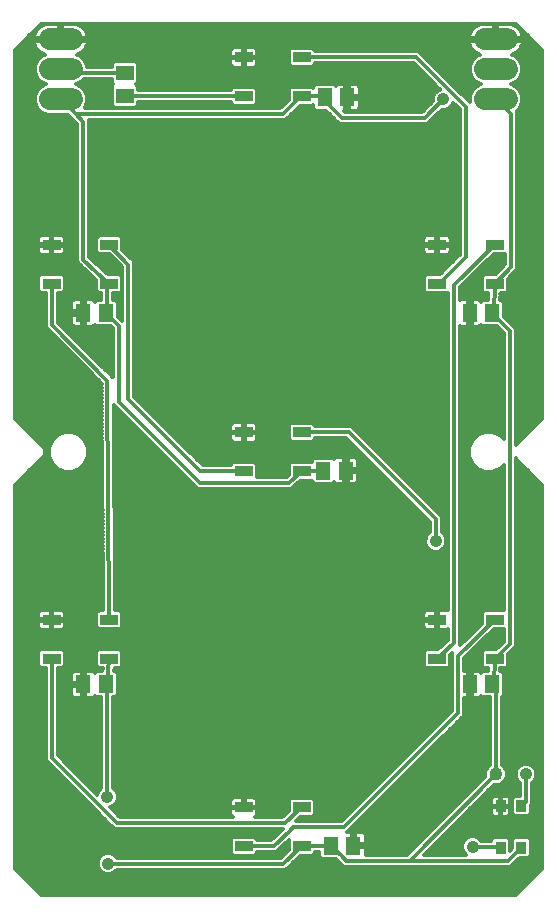
<source format=gtl>
G75*
%MOIN*%
%OFA0B0*%
%FSLAX25Y25*%
%IPPOS*%
%LPD*%
%AMOC8*
5,1,8,0,0,1.08239X$1,22.5*
%
%ADD10R,0.05906X0.03543*%
%ADD11R,0.05118X0.05906*%
%ADD12R,0.05906X0.05118*%
%ADD13R,0.03346X0.03937*%
%ADD14C,0.07400*%
%ADD15C,0.04165*%
%ADD16C,0.04362*%
%ADD17C,0.01200*%
D10*
X0030954Y0102604D03*
X0030954Y0115596D03*
X0050246Y0115596D03*
X0050246Y0102604D03*
X0095054Y0053096D03*
X0095054Y0040104D03*
X0114346Y0040104D03*
X0114346Y0053096D03*
X0159454Y0102604D03*
X0159454Y0115596D03*
X0178746Y0115596D03*
X0178746Y0102604D03*
X0114346Y0165104D03*
X0114346Y0178096D03*
X0095054Y0178096D03*
X0095054Y0165104D03*
X0050246Y0227604D03*
X0050246Y0240596D03*
X0030954Y0240596D03*
X0030954Y0227604D03*
X0095054Y0290104D03*
X0095054Y0303096D03*
X0114346Y0303096D03*
X0114346Y0290104D03*
X0159454Y0240596D03*
X0159454Y0227604D03*
X0178746Y0227604D03*
X0178746Y0240596D03*
D11*
X0177840Y0217850D03*
X0170360Y0217850D03*
X0129090Y0165350D03*
X0121610Y0165350D03*
X0170360Y0094100D03*
X0177840Y0094100D03*
X0131590Y0040350D03*
X0124110Y0040350D03*
X0049090Y0094100D03*
X0041610Y0094100D03*
X0041610Y0217850D03*
X0049090Y0217850D03*
X0122060Y0289750D03*
X0129540Y0289750D03*
D12*
X0055350Y0290360D03*
X0055350Y0297840D03*
D13*
X0180655Y0053490D03*
X0187545Y0053490D03*
X0187545Y0039710D03*
X0180655Y0039710D03*
D14*
X0182800Y0289100D02*
X0175400Y0289100D01*
X0175400Y0299100D02*
X0182800Y0299100D01*
X0182800Y0309100D02*
X0175400Y0309100D01*
X0037800Y0309100D02*
X0030400Y0309100D01*
X0030400Y0299100D02*
X0037800Y0299100D01*
X0037800Y0289100D02*
X0030400Y0289100D01*
D15*
X0074100Y0277850D03*
X0157850Y0195350D03*
X0172850Y0196600D03*
X0159050Y0141850D03*
X0189100Y0064100D03*
X0171600Y0049100D03*
X0171295Y0040045D03*
X0180350Y0029100D03*
X0144100Y0056600D03*
X0069100Y0066600D03*
X0049602Y0056600D03*
X0049800Y0034400D03*
X0161600Y0289100D03*
D16*
X0179100Y0064100D03*
X0034100Y0030350D03*
D17*
X0027511Y0023800D02*
X0018800Y0032511D01*
X0018800Y0160689D01*
X0028800Y0170689D01*
X0028800Y0172511D01*
X0027511Y0173800D01*
X0018800Y0182511D01*
X0018800Y0305689D01*
X0027511Y0314400D01*
X0185689Y0314400D01*
X0194400Y0305689D01*
X0194400Y0182511D01*
X0185650Y0173761D01*
X0185650Y0212869D01*
X0181799Y0216719D01*
X0181799Y0221383D01*
X0180979Y0222203D01*
X0180517Y0222203D01*
X0180612Y0224432D01*
X0182278Y0224432D01*
X0183098Y0225252D01*
X0183098Y0229342D01*
X0185539Y0231963D01*
X0186100Y0232524D01*
X0186100Y0232565D01*
X0186128Y0232595D01*
X0186100Y0233387D01*
X0186100Y0284928D01*
X0185970Y0285058D01*
X0187124Y0286211D01*
X0187900Y0288086D01*
X0187900Y0290114D01*
X0187124Y0291989D01*
X0185689Y0293424D01*
X0184056Y0294100D01*
X0185689Y0294776D01*
X0187124Y0296211D01*
X0187900Y0298086D01*
X0187900Y0300114D01*
X0187124Y0301989D01*
X0185689Y0303424D01*
X0184279Y0304008D01*
X0184834Y0304188D01*
X0185578Y0304567D01*
X0186253Y0305057D01*
X0186843Y0305647D01*
X0187333Y0306322D01*
X0187712Y0307066D01*
X0187969Y0307859D01*
X0188087Y0308600D01*
X0179600Y0308600D01*
X0179600Y0309600D01*
X0178600Y0309600D01*
X0178600Y0314400D01*
X0174983Y0314400D01*
X0174159Y0314269D01*
X0173366Y0314012D01*
X0172622Y0313633D01*
X0171947Y0313143D01*
X0171357Y0312553D01*
X0170867Y0311878D01*
X0170488Y0311134D01*
X0170230Y0310341D01*
X0170113Y0309600D01*
X0178600Y0309600D01*
X0178600Y0308600D01*
X0170113Y0308600D01*
X0170230Y0307859D01*
X0170488Y0307066D01*
X0170867Y0306322D01*
X0171357Y0305647D01*
X0171947Y0305057D01*
X0172622Y0304567D01*
X0173366Y0304188D01*
X0173921Y0304008D01*
X0172511Y0303424D01*
X0171076Y0301989D01*
X0170300Y0300114D01*
X0170300Y0298086D01*
X0171076Y0296211D01*
X0172511Y0294776D01*
X0174144Y0294100D01*
X0172511Y0293424D01*
X0171076Y0291989D01*
X0170300Y0290114D01*
X0170300Y0288228D01*
X0154604Y0303924D01*
X0153432Y0305096D01*
X0118698Y0305096D01*
X0118698Y0305448D01*
X0117878Y0306268D01*
X0110813Y0306268D01*
X0109993Y0305448D01*
X0109993Y0300745D01*
X0110813Y0299924D01*
X0117878Y0299924D01*
X0118698Y0300745D01*
X0118698Y0301096D01*
X0151776Y0301096D01*
X0160470Y0292402D01*
X0159627Y0292052D01*
X0158648Y0291073D01*
X0158117Y0289793D01*
X0158117Y0288446D01*
X0154522Y0284850D01*
X0128678Y0284850D01*
X0128331Y0285197D01*
X0128940Y0285197D01*
X0128940Y0289150D01*
X0130140Y0289150D01*
X0130140Y0285197D01*
X0132310Y0285197D01*
X0132717Y0285306D01*
X0133082Y0285517D01*
X0133380Y0285815D01*
X0133590Y0286180D01*
X0133699Y0286587D01*
X0133699Y0289150D01*
X0130140Y0289150D01*
X0130140Y0290350D01*
X0128940Y0290350D01*
X0128940Y0294303D01*
X0126770Y0294303D01*
X0126364Y0294194D01*
X0125999Y0293983D01*
X0125701Y0293685D01*
X0125670Y0293632D01*
X0125199Y0294103D01*
X0118921Y0294103D01*
X0118101Y0293283D01*
X0118101Y0293053D01*
X0117878Y0293276D01*
X0110813Y0293276D01*
X0109993Y0292455D01*
X0109993Y0288825D01*
X0107268Y0286100D01*
X0042012Y0286100D01*
X0042124Y0286211D01*
X0042900Y0288086D01*
X0042900Y0290114D01*
X0042124Y0291989D01*
X0040689Y0293424D01*
X0039056Y0294100D01*
X0040689Y0294776D01*
X0041753Y0295840D01*
X0050997Y0295840D01*
X0050997Y0294701D01*
X0051598Y0294100D01*
X0050997Y0293499D01*
X0050997Y0287221D01*
X0051817Y0286401D01*
X0058883Y0286401D01*
X0059703Y0287221D01*
X0059703Y0288360D01*
X0090702Y0288360D01*
X0090702Y0287752D01*
X0091522Y0286932D01*
X0098587Y0286932D01*
X0099407Y0287752D01*
X0099407Y0292455D01*
X0098587Y0293276D01*
X0091522Y0293276D01*
X0090702Y0292455D01*
X0090702Y0292360D01*
X0059703Y0292360D01*
X0059703Y0293499D01*
X0059102Y0294100D01*
X0059703Y0294701D01*
X0059703Y0300979D01*
X0058883Y0301799D01*
X0051817Y0301799D01*
X0050997Y0300979D01*
X0050997Y0299840D01*
X0042900Y0299840D01*
X0042900Y0300114D01*
X0042124Y0301989D01*
X0040689Y0303424D01*
X0039279Y0304008D01*
X0039834Y0304188D01*
X0040578Y0304567D01*
X0041253Y0305057D01*
X0041843Y0305647D01*
X0042333Y0306322D01*
X0042712Y0307066D01*
X0042969Y0307859D01*
X0043087Y0308600D01*
X0034600Y0308600D01*
X0034600Y0309600D01*
X0033600Y0309600D01*
X0033600Y0314400D01*
X0029983Y0314400D01*
X0029159Y0314269D01*
X0028366Y0314012D01*
X0027622Y0313633D01*
X0026947Y0313143D01*
X0026357Y0312553D01*
X0025867Y0311878D01*
X0025488Y0311134D01*
X0025230Y0310341D01*
X0025113Y0309600D01*
X0033600Y0309600D01*
X0033600Y0308600D01*
X0025113Y0308600D01*
X0025230Y0307859D01*
X0025488Y0307066D01*
X0025867Y0306322D01*
X0026357Y0305647D01*
X0026947Y0305057D01*
X0027622Y0304567D01*
X0028366Y0304188D01*
X0028921Y0304008D01*
X0027511Y0303424D01*
X0026076Y0301989D01*
X0025300Y0300114D01*
X0025300Y0298086D01*
X0026076Y0296211D01*
X0027511Y0294776D01*
X0029144Y0294100D01*
X0027511Y0293424D01*
X0026076Y0291989D01*
X0025300Y0290114D01*
X0025300Y0288086D01*
X0026076Y0286211D01*
X0027511Y0284776D01*
X0029386Y0284000D01*
X0036372Y0284000D01*
X0037100Y0283272D01*
X0039600Y0280772D01*
X0039600Y0236389D01*
X0039569Y0236356D01*
X0039600Y0235567D01*
X0039600Y0234777D01*
X0039632Y0234746D01*
X0039634Y0234701D01*
X0040213Y0234164D01*
X0040772Y0233606D01*
X0040816Y0233606D01*
X0045893Y0228907D01*
X0045893Y0225252D01*
X0046713Y0224432D01*
X0047346Y0224432D01*
X0047346Y0222203D01*
X0045951Y0222203D01*
X0045480Y0221732D01*
X0045449Y0221785D01*
X0045151Y0222083D01*
X0044786Y0222294D01*
X0044380Y0222403D01*
X0042210Y0222403D01*
X0042210Y0218450D01*
X0041010Y0218450D01*
X0041010Y0222403D01*
X0038840Y0222403D01*
X0038433Y0222294D01*
X0038068Y0222083D01*
X0037770Y0221785D01*
X0037560Y0221420D01*
X0037451Y0221013D01*
X0037451Y0218450D01*
X0041010Y0218450D01*
X0041010Y0217250D01*
X0042210Y0217250D01*
X0042210Y0213297D01*
X0044380Y0213297D01*
X0044786Y0213406D01*
X0045151Y0213617D01*
X0045449Y0213915D01*
X0045480Y0213968D01*
X0045951Y0213497D01*
X0050614Y0213497D01*
X0051350Y0212762D01*
X0051350Y0196436D01*
X0051010Y0196770D01*
X0033089Y0214691D01*
X0032988Y0224432D01*
X0034487Y0224432D01*
X0035307Y0225252D01*
X0035307Y0229955D01*
X0034487Y0230776D01*
X0027422Y0230776D01*
X0026602Y0229955D01*
X0026602Y0225252D01*
X0027422Y0224432D01*
X0028987Y0224432D01*
X0029098Y0213844D01*
X0029098Y0213026D01*
X0029107Y0213017D01*
X0029107Y0213005D01*
X0029691Y0212432D01*
X0047609Y0194515D01*
X0048220Y0118768D01*
X0046713Y0118768D01*
X0045893Y0117948D01*
X0045893Y0113245D01*
X0046713Y0112424D01*
X0053778Y0112424D01*
X0054598Y0113245D01*
X0054598Y0117948D01*
X0053778Y0118768D01*
X0052220Y0118768D01*
X0051668Y0187125D01*
X0078280Y0160513D01*
X0079451Y0159342D01*
X0110140Y0159342D01*
X0110918Y0159303D01*
X0110961Y0159342D01*
X0111018Y0159342D01*
X0111569Y0159892D01*
X0113822Y0161932D01*
X0117651Y0161932D01*
X0117651Y0161817D01*
X0118471Y0160997D01*
X0124749Y0160997D01*
X0125220Y0161468D01*
X0125251Y0161415D01*
X0125549Y0161117D01*
X0125914Y0160906D01*
X0126320Y0160797D01*
X0128490Y0160797D01*
X0128490Y0164750D01*
X0129690Y0164750D01*
X0129690Y0160797D01*
X0131860Y0160797D01*
X0132267Y0160906D01*
X0132632Y0161117D01*
X0132930Y0161415D01*
X0133140Y0161780D01*
X0133249Y0162187D01*
X0133249Y0164750D01*
X0129690Y0164750D01*
X0129690Y0165950D01*
X0128490Y0165950D01*
X0128490Y0169903D01*
X0126320Y0169903D01*
X0125914Y0169794D01*
X0125549Y0169583D01*
X0125251Y0169285D01*
X0125220Y0169232D01*
X0124749Y0169703D01*
X0118471Y0169703D01*
X0117651Y0168883D01*
X0117651Y0168276D01*
X0110813Y0168276D01*
X0109993Y0167455D01*
X0109993Y0163861D01*
X0109419Y0163342D01*
X0099407Y0163342D01*
X0099407Y0167455D01*
X0098587Y0168276D01*
X0091522Y0168276D01*
X0090702Y0167455D01*
X0090702Y0167104D01*
X0081424Y0167104D01*
X0058600Y0189928D01*
X0058600Y0233992D01*
X0058614Y0234803D01*
X0058600Y0234818D01*
X0058600Y0234839D01*
X0058027Y0235412D01*
X0054598Y0238965D01*
X0054598Y0242948D01*
X0053778Y0243768D01*
X0046713Y0243768D01*
X0045893Y0242948D01*
X0045893Y0238245D01*
X0046713Y0237424D01*
X0050527Y0237424D01*
X0054600Y0233203D01*
X0054600Y0215169D01*
X0054178Y0215590D01*
X0053049Y0216719D01*
X0053049Y0221383D01*
X0052229Y0222203D01*
X0051346Y0222203D01*
X0051346Y0224432D01*
X0053778Y0224432D01*
X0054598Y0225252D01*
X0054598Y0229955D01*
X0053778Y0230776D01*
X0049763Y0230776D01*
X0043600Y0236480D01*
X0043600Y0282100D01*
X0108924Y0282100D01*
X0110096Y0283272D01*
X0113757Y0286932D01*
X0117878Y0286932D01*
X0118101Y0287155D01*
X0118101Y0286217D01*
X0118921Y0285397D01*
X0122474Y0285397D01*
X0125850Y0282022D01*
X0127022Y0280850D01*
X0156178Y0280850D01*
X0160946Y0285617D01*
X0162293Y0285617D01*
X0163573Y0286148D01*
X0164552Y0287127D01*
X0164902Y0287970D01*
X0167100Y0285772D01*
X0167100Y0237428D01*
X0160447Y0230776D01*
X0155922Y0230776D01*
X0155102Y0229955D01*
X0155102Y0225252D01*
X0155922Y0224432D01*
X0162987Y0224432D01*
X0163151Y0224596D01*
X0163151Y0118786D01*
X0163025Y0118859D01*
X0162618Y0118968D01*
X0159740Y0118968D01*
X0159740Y0115882D01*
X0159168Y0115882D01*
X0159168Y0115310D01*
X0154902Y0115310D01*
X0154902Y0113614D01*
X0155011Y0113207D01*
X0155221Y0112842D01*
X0155519Y0112544D01*
X0155884Y0112333D01*
X0156291Y0112224D01*
X0159168Y0112224D01*
X0159168Y0115310D01*
X0159740Y0115310D01*
X0159740Y0112224D01*
X0162618Y0112224D01*
X0163025Y0112333D01*
X0163151Y0112406D01*
X0163151Y0108777D01*
X0159926Y0105776D01*
X0155922Y0105776D01*
X0155102Y0104955D01*
X0155102Y0100252D01*
X0155922Y0099432D01*
X0162987Y0099432D01*
X0163807Y0100252D01*
X0163807Y0103923D01*
X0164414Y0104489D01*
X0164414Y0104487D01*
X0164401Y0104473D01*
X0164401Y0103661D01*
X0164388Y0102849D01*
X0164401Y0102835D01*
X0164401Y0085368D01*
X0127633Y0048600D01*
X0112449Y0048600D01*
X0113872Y0049924D01*
X0117878Y0049924D01*
X0118698Y0050745D01*
X0118698Y0055448D01*
X0117878Y0056268D01*
X0110813Y0056268D01*
X0109993Y0055448D01*
X0109993Y0051779D01*
X0107920Y0049850D01*
X0098653Y0049850D01*
X0098990Y0050044D01*
X0099287Y0050342D01*
X0099498Y0050707D01*
X0099607Y0051114D01*
X0099607Y0052810D01*
X0095340Y0052810D01*
X0095340Y0053382D01*
X0094768Y0053382D01*
X0094768Y0052810D01*
X0090502Y0052810D01*
X0090502Y0051114D01*
X0090611Y0050707D01*
X0090821Y0050342D01*
X0091119Y0050044D01*
X0091455Y0049850D01*
X0053678Y0049850D01*
X0050377Y0053151D01*
X0051575Y0053648D01*
X0052554Y0054627D01*
X0053085Y0055907D01*
X0053085Y0057293D01*
X0052554Y0058573D01*
X0051602Y0059525D01*
X0051602Y0089747D01*
X0052229Y0089747D01*
X0053049Y0090567D01*
X0053049Y0097633D01*
X0052229Y0098453D01*
X0051918Y0098453D01*
X0051997Y0099432D01*
X0053778Y0099432D01*
X0054598Y0100252D01*
X0054598Y0104955D01*
X0053778Y0105776D01*
X0046713Y0105776D01*
X0045893Y0104955D01*
X0045893Y0100252D01*
X0046713Y0099432D01*
X0047984Y0099432D01*
X0047905Y0098453D01*
X0045951Y0098453D01*
X0045480Y0097982D01*
X0045449Y0098035D01*
X0045151Y0098333D01*
X0044786Y0098544D01*
X0044380Y0098653D01*
X0042210Y0098653D01*
X0042210Y0094700D01*
X0041010Y0094700D01*
X0041010Y0098653D01*
X0038840Y0098653D01*
X0038433Y0098544D01*
X0038068Y0098333D01*
X0037770Y0098035D01*
X0037560Y0097670D01*
X0037451Y0097263D01*
X0037451Y0094700D01*
X0041010Y0094700D01*
X0041010Y0093500D01*
X0042210Y0093500D01*
X0042210Y0089547D01*
X0044380Y0089547D01*
X0044786Y0089656D01*
X0045151Y0089867D01*
X0045449Y0090165D01*
X0045480Y0090218D01*
X0045951Y0089747D01*
X0047602Y0089747D01*
X0047602Y0059525D01*
X0046649Y0058573D01*
X0046153Y0057375D01*
X0033094Y0070434D01*
X0032968Y0099432D01*
X0034487Y0099432D01*
X0035307Y0100252D01*
X0035307Y0104955D01*
X0034487Y0105776D01*
X0027422Y0105776D01*
X0026602Y0104955D01*
X0026602Y0100252D01*
X0027422Y0099432D01*
X0028968Y0099432D01*
X0029098Y0069598D01*
X0029098Y0068774D01*
X0029102Y0068770D01*
X0029102Y0068765D01*
X0029687Y0068184D01*
X0050850Y0047022D01*
X0050850Y0047022D01*
X0052022Y0045850D01*
X0108022Y0045850D01*
X0104276Y0042104D01*
X0099407Y0042104D01*
X0099407Y0042455D01*
X0098587Y0043276D01*
X0091522Y0043276D01*
X0090702Y0042455D01*
X0090702Y0037752D01*
X0091522Y0036932D01*
X0098587Y0036932D01*
X0099407Y0037752D01*
X0099407Y0038104D01*
X0105932Y0038104D01*
X0109993Y0042165D01*
X0109993Y0038771D01*
X0107458Y0036400D01*
X0052725Y0036400D01*
X0051773Y0037352D01*
X0050493Y0037883D01*
X0049107Y0037883D01*
X0047827Y0037352D01*
X0046848Y0036373D01*
X0046317Y0035093D01*
X0046317Y0033707D01*
X0046848Y0032427D01*
X0047827Y0031448D01*
X0049107Y0030917D01*
X0050493Y0030917D01*
X0051773Y0031448D01*
X0052725Y0032400D01*
X0108215Y0032400D01*
X0109009Y0032373D01*
X0109038Y0032400D01*
X0109076Y0032400D01*
X0109639Y0032962D01*
X0113883Y0036932D01*
X0117878Y0036932D01*
X0118698Y0037752D01*
X0118698Y0038104D01*
X0120151Y0038104D01*
X0120151Y0036817D01*
X0120971Y0035997D01*
X0125631Y0035997D01*
X0125631Y0035989D01*
X0128270Y0033350D01*
X0184013Y0033350D01*
X0185185Y0034522D01*
X0187005Y0036342D01*
X0189798Y0036342D01*
X0190618Y0037162D01*
X0190618Y0042259D01*
X0189798Y0043079D01*
X0185292Y0043079D01*
X0184472Y0042259D01*
X0184472Y0039465D01*
X0183728Y0038722D01*
X0183728Y0042259D01*
X0182908Y0043079D01*
X0178402Y0043079D01*
X0177582Y0042259D01*
X0177582Y0042045D01*
X0174220Y0042045D01*
X0173268Y0042997D01*
X0171988Y0043528D01*
X0170602Y0043528D01*
X0169322Y0042997D01*
X0168342Y0042018D01*
X0167812Y0040738D01*
X0167812Y0039352D01*
X0168342Y0038072D01*
X0169065Y0037350D01*
X0155178Y0037350D01*
X0178359Y0060531D01*
X0178388Y0060519D01*
X0179812Y0060519D01*
X0181129Y0061064D01*
X0182136Y0062071D01*
X0182681Y0063388D01*
X0182681Y0064812D01*
X0182136Y0066129D01*
X0181129Y0067136D01*
X0181100Y0067148D01*
X0181100Y0089868D01*
X0181799Y0090567D01*
X0181799Y0097633D01*
X0180979Y0098453D01*
X0180544Y0098453D01*
X0180592Y0099432D01*
X0182278Y0099432D01*
X0183098Y0100252D01*
X0183098Y0104128D01*
X0184478Y0105508D01*
X0185650Y0106680D01*
X0185650Y0169439D01*
X0185689Y0169400D01*
X0194400Y0160689D01*
X0194400Y0032511D01*
X0185689Y0023800D01*
X0027511Y0023800D01*
X0027294Y0024017D02*
X0185906Y0024017D01*
X0187104Y0025215D02*
X0026096Y0025215D01*
X0024897Y0026414D02*
X0188303Y0026414D01*
X0189501Y0027612D02*
X0023699Y0027612D01*
X0022500Y0028811D02*
X0190700Y0028811D01*
X0191898Y0030009D02*
X0021302Y0030009D01*
X0020103Y0031208D02*
X0048406Y0031208D01*
X0046868Y0032406D02*
X0018905Y0032406D01*
X0018800Y0033605D02*
X0046360Y0033605D01*
X0046317Y0034803D02*
X0018800Y0034803D01*
X0018800Y0036002D02*
X0046694Y0036002D01*
X0047675Y0037201D02*
X0018800Y0037201D01*
X0018800Y0038399D02*
X0090702Y0038399D01*
X0090702Y0039598D02*
X0018800Y0039598D01*
X0018800Y0040796D02*
X0090702Y0040796D01*
X0090702Y0041995D02*
X0018800Y0041995D01*
X0018800Y0043193D02*
X0091439Y0043193D01*
X0091253Y0037201D02*
X0051925Y0037201D01*
X0049800Y0034400D02*
X0061600Y0034400D01*
X0108248Y0034400D01*
X0114346Y0040104D01*
X0123864Y0040104D01*
X0124110Y0040350D01*
X0127631Y0036829D01*
X0127631Y0036817D01*
X0129098Y0035350D01*
X0150350Y0035350D01*
X0179100Y0064100D01*
X0179100Y0092840D01*
X0177840Y0094100D01*
X0178352Y0094612D01*
X0178746Y0102604D01*
X0183650Y0107508D01*
X0183650Y0212040D01*
X0177840Y0217850D01*
X0178352Y0218362D01*
X0178746Y0227604D01*
X0184100Y0233352D01*
X0184100Y0280350D01*
X0184100Y0284100D01*
X0179100Y0289100D01*
X0173135Y0293682D02*
X0164846Y0293682D01*
X0163648Y0294880D02*
X0172407Y0294880D01*
X0171209Y0296079D02*
X0162449Y0296079D01*
X0161251Y0297277D02*
X0170635Y0297277D01*
X0170300Y0298476D02*
X0160052Y0298476D01*
X0158854Y0299674D02*
X0170300Y0299674D01*
X0170614Y0300873D02*
X0157655Y0300873D01*
X0156457Y0302072D02*
X0171159Y0302072D01*
X0172358Y0303270D02*
X0155258Y0303270D01*
X0154060Y0304469D02*
X0172815Y0304469D01*
X0171343Y0305667D02*
X0118479Y0305667D01*
X0118698Y0300873D02*
X0151999Y0300873D01*
X0153197Y0299674D02*
X0059703Y0299674D01*
X0059703Y0298476D02*
X0154396Y0298476D01*
X0155594Y0297277D02*
X0059703Y0297277D01*
X0059703Y0296079D02*
X0156793Y0296079D01*
X0157991Y0294880D02*
X0059703Y0294880D01*
X0059520Y0293682D02*
X0118500Y0293682D01*
X0121706Y0290104D02*
X0122060Y0289750D01*
X0122060Y0288640D01*
X0127850Y0282850D01*
X0155350Y0282850D01*
X0161600Y0289100D01*
X0164785Y0287689D02*
X0165182Y0287689D01*
X0166381Y0286491D02*
X0163916Y0286491D01*
X0167100Y0285292D02*
X0160621Y0285292D01*
X0159422Y0284094D02*
X0167100Y0284094D01*
X0167100Y0282895D02*
X0158224Y0282895D01*
X0157025Y0281697D02*
X0167100Y0281697D01*
X0167100Y0280498D02*
X0043600Y0280498D01*
X0043600Y0279300D02*
X0167100Y0279300D01*
X0167100Y0278101D02*
X0043600Y0278101D01*
X0043600Y0276903D02*
X0167100Y0276903D01*
X0167100Y0275704D02*
X0043600Y0275704D01*
X0043600Y0274506D02*
X0167100Y0274506D01*
X0167100Y0273307D02*
X0043600Y0273307D01*
X0043600Y0272109D02*
X0167100Y0272109D01*
X0167100Y0270910D02*
X0043600Y0270910D01*
X0043600Y0269712D02*
X0167100Y0269712D01*
X0167100Y0268513D02*
X0043600Y0268513D01*
X0043600Y0267315D02*
X0167100Y0267315D01*
X0167100Y0266116D02*
X0043600Y0266116D01*
X0043600Y0264918D02*
X0167100Y0264918D01*
X0167100Y0263719D02*
X0043600Y0263719D01*
X0043600Y0262521D02*
X0167100Y0262521D01*
X0167100Y0261322D02*
X0043600Y0261322D01*
X0043600Y0260124D02*
X0167100Y0260124D01*
X0167100Y0258925D02*
X0043600Y0258925D01*
X0043600Y0257727D02*
X0167100Y0257727D01*
X0167100Y0256528D02*
X0043600Y0256528D01*
X0043600Y0255330D02*
X0167100Y0255330D01*
X0167100Y0254131D02*
X0043600Y0254131D01*
X0043600Y0252933D02*
X0167100Y0252933D01*
X0167100Y0251734D02*
X0043600Y0251734D01*
X0043600Y0250536D02*
X0167100Y0250536D01*
X0167100Y0249337D02*
X0043600Y0249337D01*
X0043600Y0248139D02*
X0167100Y0248139D01*
X0167100Y0246940D02*
X0043600Y0246940D01*
X0043600Y0245741D02*
X0167100Y0245741D01*
X0167100Y0244543D02*
X0043600Y0244543D01*
X0043600Y0243344D02*
X0046290Y0243344D01*
X0045893Y0242146D02*
X0043600Y0242146D01*
X0043600Y0240947D02*
X0045893Y0240947D01*
X0045893Y0239749D02*
X0043600Y0239749D01*
X0043600Y0238550D02*
X0045893Y0238550D01*
X0043600Y0237352D02*
X0050597Y0237352D01*
X0051753Y0236153D02*
X0043953Y0236153D01*
X0045248Y0234955D02*
X0052909Y0234955D01*
X0054066Y0233756D02*
X0046543Y0233756D01*
X0047838Y0232558D02*
X0054600Y0232558D01*
X0054600Y0231359D02*
X0049133Y0231359D01*
X0050246Y0227604D02*
X0041600Y0235606D01*
X0041600Y0279100D01*
X0041600Y0281600D01*
X0039100Y0284100D01*
X0108096Y0284100D01*
X0114100Y0290104D01*
X0114346Y0290104D01*
X0121706Y0290104D01*
X0122579Y0285292D02*
X0112117Y0285292D01*
X0110918Y0284094D02*
X0123778Y0284094D01*
X0124976Y0282895D02*
X0109720Y0282895D01*
X0107659Y0286491D02*
X0058973Y0286491D01*
X0059703Y0287689D02*
X0090765Y0287689D01*
X0090730Y0292483D02*
X0059703Y0292483D01*
X0055350Y0290360D02*
X0095192Y0290360D01*
X0095054Y0290104D01*
X0099407Y0290086D02*
X0109993Y0290086D01*
X0109993Y0288888D02*
X0099407Y0288888D01*
X0099344Y0287689D02*
X0108857Y0287689D01*
X0109993Y0291285D02*
X0099407Y0291285D01*
X0099379Y0292483D02*
X0110021Y0292483D01*
X0113315Y0286491D02*
X0118101Y0286491D01*
X0126175Y0281697D02*
X0043600Y0281697D01*
X0042239Y0286491D02*
X0051727Y0286491D01*
X0050997Y0287689D02*
X0042736Y0287689D01*
X0042900Y0288888D02*
X0050997Y0288888D01*
X0050997Y0290086D02*
X0042900Y0290086D01*
X0042415Y0291285D02*
X0050997Y0291285D01*
X0050997Y0292483D02*
X0041629Y0292483D01*
X0040065Y0293682D02*
X0051180Y0293682D01*
X0050997Y0294880D02*
X0040793Y0294880D01*
X0042586Y0300873D02*
X0050997Y0300873D01*
X0055350Y0297840D02*
X0035360Y0297840D01*
X0034100Y0299100D01*
X0028135Y0293682D02*
X0018800Y0293682D01*
X0018800Y0294880D02*
X0027407Y0294880D01*
X0026209Y0296079D02*
X0018800Y0296079D01*
X0018800Y0297277D02*
X0025635Y0297277D01*
X0025300Y0298476D02*
X0018800Y0298476D01*
X0018800Y0299674D02*
X0025300Y0299674D01*
X0025614Y0300873D02*
X0018800Y0300873D01*
X0018800Y0302072D02*
X0026159Y0302072D01*
X0027358Y0303270D02*
X0018800Y0303270D01*
X0018800Y0304469D02*
X0027815Y0304469D01*
X0026343Y0305667D02*
X0018800Y0305667D01*
X0019977Y0306866D02*
X0025590Y0306866D01*
X0025198Y0308064D02*
X0021175Y0308064D01*
X0022374Y0309263D02*
X0033600Y0309263D01*
X0034600Y0309263D02*
X0178600Y0309263D01*
X0179600Y0309263D02*
X0190826Y0309263D01*
X0189628Y0310461D02*
X0187930Y0310461D01*
X0187969Y0310341D02*
X0187712Y0311134D01*
X0187333Y0311878D01*
X0186843Y0312553D01*
X0186253Y0313143D01*
X0185578Y0313633D01*
X0184834Y0314012D01*
X0184041Y0314269D01*
X0183217Y0314400D01*
X0179600Y0314400D01*
X0179600Y0309600D01*
X0188087Y0309600D01*
X0187969Y0310341D01*
X0188429Y0311660D02*
X0187444Y0311660D01*
X0187231Y0312858D02*
X0186537Y0312858D01*
X0186032Y0314057D02*
X0184696Y0314057D01*
X0188002Y0308064D02*
X0192025Y0308064D01*
X0193223Y0306866D02*
X0187610Y0306866D01*
X0186857Y0305667D02*
X0194400Y0305667D01*
X0194400Y0304469D02*
X0185384Y0304469D01*
X0185842Y0303270D02*
X0194400Y0303270D01*
X0194400Y0302072D02*
X0187041Y0302072D01*
X0187586Y0300873D02*
X0194400Y0300873D01*
X0194400Y0299674D02*
X0187900Y0299674D01*
X0187900Y0298476D02*
X0194400Y0298476D01*
X0194400Y0297277D02*
X0187565Y0297277D01*
X0186991Y0296079D02*
X0194400Y0296079D01*
X0194400Y0294880D02*
X0185793Y0294880D01*
X0185065Y0293682D02*
X0194400Y0293682D01*
X0194400Y0292483D02*
X0186629Y0292483D01*
X0187415Y0291285D02*
X0194400Y0291285D01*
X0194400Y0290086D02*
X0187900Y0290086D01*
X0187900Y0288888D02*
X0194400Y0288888D01*
X0194400Y0287689D02*
X0187736Y0287689D01*
X0187239Y0286491D02*
X0194400Y0286491D01*
X0194400Y0285292D02*
X0186205Y0285292D01*
X0186100Y0284094D02*
X0194400Y0284094D01*
X0194400Y0282895D02*
X0186100Y0282895D01*
X0186100Y0281697D02*
X0194400Y0281697D01*
X0194400Y0280498D02*
X0186100Y0280498D01*
X0186100Y0279300D02*
X0194400Y0279300D01*
X0194400Y0278101D02*
X0186100Y0278101D01*
X0186100Y0276903D02*
X0194400Y0276903D01*
X0194400Y0275704D02*
X0186100Y0275704D01*
X0186100Y0274506D02*
X0194400Y0274506D01*
X0194400Y0273307D02*
X0186100Y0273307D01*
X0186100Y0272109D02*
X0194400Y0272109D01*
X0194400Y0270910D02*
X0186100Y0270910D01*
X0186100Y0269712D02*
X0194400Y0269712D01*
X0194400Y0268513D02*
X0186100Y0268513D01*
X0186100Y0267315D02*
X0194400Y0267315D01*
X0194400Y0266116D02*
X0186100Y0266116D01*
X0186100Y0264918D02*
X0194400Y0264918D01*
X0194400Y0263719D02*
X0186100Y0263719D01*
X0186100Y0262521D02*
X0194400Y0262521D01*
X0194400Y0261322D02*
X0186100Y0261322D01*
X0186100Y0260124D02*
X0194400Y0260124D01*
X0194400Y0258925D02*
X0186100Y0258925D01*
X0186100Y0257727D02*
X0194400Y0257727D01*
X0194400Y0256528D02*
X0186100Y0256528D01*
X0186100Y0255330D02*
X0194400Y0255330D01*
X0194400Y0254131D02*
X0186100Y0254131D01*
X0186100Y0252933D02*
X0194400Y0252933D01*
X0194400Y0251734D02*
X0186100Y0251734D01*
X0186100Y0250536D02*
X0194400Y0250536D01*
X0194400Y0249337D02*
X0186100Y0249337D01*
X0186100Y0248139D02*
X0194400Y0248139D01*
X0194400Y0246940D02*
X0186100Y0246940D01*
X0186100Y0245741D02*
X0194400Y0245741D01*
X0194400Y0244543D02*
X0186100Y0244543D01*
X0186100Y0243344D02*
X0194400Y0243344D01*
X0194400Y0242146D02*
X0186100Y0242146D01*
X0186100Y0240947D02*
X0194400Y0240947D01*
X0194400Y0239749D02*
X0186100Y0239749D01*
X0186100Y0238550D02*
X0194400Y0238550D01*
X0194400Y0237352D02*
X0186100Y0237352D01*
X0186100Y0236153D02*
X0194400Y0236153D01*
X0194400Y0234955D02*
X0186100Y0234955D01*
X0186100Y0233756D02*
X0194400Y0233756D01*
X0194400Y0232558D02*
X0186100Y0232558D01*
X0184977Y0231359D02*
X0194400Y0231359D01*
X0194400Y0230161D02*
X0183861Y0230161D01*
X0183098Y0228962D02*
X0194400Y0228962D01*
X0194400Y0227764D02*
X0183098Y0227764D01*
X0183098Y0226565D02*
X0194400Y0226565D01*
X0194400Y0225367D02*
X0183098Y0225367D01*
X0180601Y0224168D02*
X0194400Y0224168D01*
X0194400Y0222970D02*
X0180550Y0222970D01*
X0181411Y0221771D02*
X0194400Y0221771D01*
X0194400Y0220573D02*
X0181799Y0220573D01*
X0181799Y0219374D02*
X0194400Y0219374D01*
X0194400Y0218176D02*
X0181799Y0218176D01*
X0181799Y0216977D02*
X0194400Y0216977D01*
X0194400Y0215779D02*
X0182740Y0215779D01*
X0183938Y0214580D02*
X0194400Y0214580D01*
X0194400Y0213382D02*
X0185137Y0213382D01*
X0185650Y0212183D02*
X0194400Y0212183D01*
X0194400Y0210985D02*
X0185650Y0210985D01*
X0185650Y0209786D02*
X0194400Y0209786D01*
X0194400Y0208588D02*
X0185650Y0208588D01*
X0185650Y0207389D02*
X0194400Y0207389D01*
X0194400Y0206191D02*
X0185650Y0206191D01*
X0185650Y0204992D02*
X0194400Y0204992D01*
X0194400Y0203794D02*
X0185650Y0203794D01*
X0185650Y0202595D02*
X0194400Y0202595D01*
X0194400Y0201397D02*
X0185650Y0201397D01*
X0185650Y0200198D02*
X0194400Y0200198D01*
X0194400Y0199000D02*
X0185650Y0199000D01*
X0185650Y0197801D02*
X0194400Y0197801D01*
X0194400Y0196603D02*
X0185650Y0196603D01*
X0185650Y0195404D02*
X0194400Y0195404D01*
X0194400Y0194205D02*
X0185650Y0194205D01*
X0185650Y0193007D02*
X0194400Y0193007D01*
X0194400Y0191808D02*
X0185650Y0191808D01*
X0185650Y0190610D02*
X0194400Y0190610D01*
X0194400Y0189411D02*
X0185650Y0189411D01*
X0185650Y0188213D02*
X0194400Y0188213D01*
X0194400Y0187014D02*
X0185650Y0187014D01*
X0185650Y0185816D02*
X0194400Y0185816D01*
X0194400Y0184617D02*
X0185650Y0184617D01*
X0185650Y0183419D02*
X0194400Y0183419D01*
X0194109Y0182220D02*
X0185650Y0182220D01*
X0185650Y0181022D02*
X0192911Y0181022D01*
X0191712Y0179823D02*
X0185650Y0179823D01*
X0185650Y0178625D02*
X0190514Y0178625D01*
X0189315Y0177426D02*
X0185650Y0177426D01*
X0185650Y0176228D02*
X0188117Y0176228D01*
X0186918Y0175029D02*
X0185650Y0175029D01*
X0185650Y0173831D02*
X0185720Y0173831D01*
X0181650Y0175884D02*
X0180339Y0177195D01*
X0177913Y0178200D01*
X0175287Y0178200D01*
X0172861Y0177195D01*
X0171005Y0175339D01*
X0170000Y0172913D01*
X0170000Y0170287D01*
X0171005Y0167861D01*
X0172861Y0166005D01*
X0175287Y0165000D01*
X0177913Y0165000D01*
X0180339Y0166005D01*
X0181650Y0167316D01*
X0181650Y0118768D01*
X0175213Y0118768D01*
X0174393Y0117948D01*
X0174393Y0114166D01*
X0167151Y0107155D01*
X0167151Y0107871D01*
X0167179Y0108663D01*
X0167151Y0108694D01*
X0167151Y0213425D01*
X0167183Y0213406D01*
X0167590Y0213297D01*
X0169760Y0213297D01*
X0169760Y0217250D01*
X0170960Y0217250D01*
X0170960Y0213297D01*
X0173130Y0213297D01*
X0173536Y0213406D01*
X0173901Y0213617D01*
X0174199Y0213915D01*
X0174230Y0213968D01*
X0174701Y0213497D01*
X0179364Y0213497D01*
X0181650Y0211212D01*
X0181650Y0175884D01*
X0181650Y0176228D02*
X0181306Y0176228D01*
X0181650Y0177426D02*
X0179781Y0177426D01*
X0181650Y0178625D02*
X0167151Y0178625D01*
X0167151Y0179823D02*
X0181650Y0179823D01*
X0181650Y0181022D02*
X0167151Y0181022D01*
X0167151Y0182220D02*
X0181650Y0182220D01*
X0181650Y0183419D02*
X0167151Y0183419D01*
X0167151Y0184617D02*
X0181650Y0184617D01*
X0181650Y0185816D02*
X0167151Y0185816D01*
X0167151Y0187014D02*
X0181650Y0187014D01*
X0181650Y0188213D02*
X0167151Y0188213D01*
X0167151Y0189411D02*
X0181650Y0189411D01*
X0181650Y0190610D02*
X0167151Y0190610D01*
X0167151Y0191808D02*
X0181650Y0191808D01*
X0181650Y0193007D02*
X0167151Y0193007D01*
X0167151Y0194205D02*
X0181650Y0194205D01*
X0181650Y0195404D02*
X0167151Y0195404D01*
X0167151Y0196603D02*
X0181650Y0196603D01*
X0181650Y0197801D02*
X0167151Y0197801D01*
X0167151Y0199000D02*
X0181650Y0199000D01*
X0181650Y0200198D02*
X0167151Y0200198D01*
X0167151Y0201397D02*
X0181650Y0201397D01*
X0181650Y0202595D02*
X0167151Y0202595D01*
X0167151Y0203794D02*
X0181650Y0203794D01*
X0181650Y0204992D02*
X0167151Y0204992D01*
X0167151Y0206191D02*
X0181650Y0206191D01*
X0181650Y0207389D02*
X0167151Y0207389D01*
X0167151Y0208588D02*
X0181650Y0208588D01*
X0181650Y0209786D02*
X0167151Y0209786D01*
X0167151Y0210985D02*
X0181650Y0210985D01*
X0180679Y0212183D02*
X0167151Y0212183D01*
X0167151Y0213382D02*
X0167275Y0213382D01*
X0169760Y0213382D02*
X0170960Y0213382D01*
X0170960Y0214580D02*
X0169760Y0214580D01*
X0169760Y0215779D02*
X0170960Y0215779D01*
X0170960Y0216977D02*
X0169760Y0216977D01*
X0169760Y0218450D02*
X0169760Y0222403D01*
X0167590Y0222403D01*
X0167183Y0222294D01*
X0167151Y0222275D01*
X0167151Y0226549D01*
X0178350Y0237424D01*
X0182100Y0237424D01*
X0182100Y0234139D01*
X0178967Y0230776D01*
X0175213Y0230776D01*
X0174393Y0229955D01*
X0174393Y0225252D01*
X0175213Y0224432D01*
X0176609Y0224432D01*
X0176514Y0222203D01*
X0174701Y0222203D01*
X0174230Y0221732D01*
X0174199Y0221785D01*
X0173901Y0222083D01*
X0173536Y0222294D01*
X0173130Y0222403D01*
X0170960Y0222403D01*
X0170960Y0218450D01*
X0169760Y0218450D01*
X0169760Y0219374D02*
X0170960Y0219374D01*
X0170960Y0220573D02*
X0169760Y0220573D01*
X0169760Y0221771D02*
X0170960Y0221771D01*
X0174207Y0221771D02*
X0174270Y0221771D01*
X0176546Y0222970D02*
X0167151Y0222970D01*
X0167151Y0224168D02*
X0176598Y0224168D01*
X0174393Y0225367D02*
X0167151Y0225367D01*
X0167167Y0226565D02*
X0174393Y0226565D01*
X0174393Y0227764D02*
X0168402Y0227764D01*
X0169636Y0228962D02*
X0174393Y0228962D01*
X0174598Y0230161D02*
X0170870Y0230161D01*
X0172104Y0231359D02*
X0179511Y0231359D01*
X0180627Y0232558D02*
X0173339Y0232558D01*
X0174573Y0233756D02*
X0181743Y0233756D01*
X0182100Y0234955D02*
X0175807Y0234955D01*
X0177041Y0236153D02*
X0182100Y0236153D01*
X0182100Y0237352D02*
X0178276Y0237352D01*
X0178746Y0240596D02*
X0165151Y0227395D01*
X0165151Y0107907D01*
X0159454Y0102604D01*
X0160934Y0106714D02*
X0018800Y0106714D01*
X0018800Y0105516D02*
X0027162Y0105516D01*
X0026602Y0104317D02*
X0018800Y0104317D01*
X0018800Y0103119D02*
X0026602Y0103119D01*
X0026602Y0101920D02*
X0018800Y0101920D01*
X0018800Y0100722D02*
X0026602Y0100722D01*
X0027331Y0099523D02*
X0018800Y0099523D01*
X0018800Y0098325D02*
X0028973Y0098325D01*
X0028978Y0097126D02*
X0018800Y0097126D01*
X0018800Y0095928D02*
X0028983Y0095928D01*
X0028989Y0094729D02*
X0018800Y0094729D01*
X0018800Y0093531D02*
X0028994Y0093531D01*
X0028999Y0092332D02*
X0018800Y0092332D01*
X0018800Y0091134D02*
X0029004Y0091134D01*
X0029009Y0089935D02*
X0018800Y0089935D01*
X0018800Y0088737D02*
X0029015Y0088737D01*
X0029020Y0087538D02*
X0018800Y0087538D01*
X0018800Y0086339D02*
X0029025Y0086339D01*
X0029030Y0085141D02*
X0018800Y0085141D01*
X0018800Y0083942D02*
X0029036Y0083942D01*
X0029041Y0082744D02*
X0018800Y0082744D01*
X0018800Y0081545D02*
X0029046Y0081545D01*
X0029051Y0080347D02*
X0018800Y0080347D01*
X0018800Y0079148D02*
X0029056Y0079148D01*
X0029062Y0077950D02*
X0018800Y0077950D01*
X0018800Y0076751D02*
X0029067Y0076751D01*
X0029072Y0075553D02*
X0018800Y0075553D01*
X0018800Y0074354D02*
X0029077Y0074354D01*
X0029083Y0073156D02*
X0018800Y0073156D01*
X0018800Y0071957D02*
X0029088Y0071957D01*
X0029093Y0070759D02*
X0018800Y0070759D01*
X0018800Y0069560D02*
X0029098Y0069560D01*
X0029508Y0068362D02*
X0018800Y0068362D01*
X0018800Y0067163D02*
X0030708Y0067163D01*
X0031907Y0065965D02*
X0018800Y0065965D01*
X0018800Y0064766D02*
X0033105Y0064766D01*
X0034304Y0063568D02*
X0018800Y0063568D01*
X0018800Y0062369D02*
X0035502Y0062369D01*
X0036701Y0061171D02*
X0018800Y0061171D01*
X0018800Y0059972D02*
X0037899Y0059972D01*
X0039098Y0058774D02*
X0018800Y0058774D01*
X0018800Y0057575D02*
X0040296Y0057575D01*
X0041495Y0056377D02*
X0018800Y0056377D01*
X0018800Y0055178D02*
X0042693Y0055178D01*
X0043892Y0053980D02*
X0018800Y0053980D01*
X0018800Y0052781D02*
X0045090Y0052781D01*
X0046289Y0051583D02*
X0018800Y0051583D01*
X0018800Y0050384D02*
X0047487Y0050384D01*
X0048686Y0049186D02*
X0018800Y0049186D01*
X0018800Y0047987D02*
X0049884Y0047987D01*
X0051083Y0046789D02*
X0018800Y0046789D01*
X0018800Y0045590D02*
X0107762Y0045590D01*
X0106563Y0044392D02*
X0018800Y0044392D01*
X0031098Y0069602D02*
X0052850Y0047850D01*
X0108706Y0047850D01*
X0114346Y0053096D01*
X0113078Y0049186D02*
X0128219Y0049186D01*
X0129417Y0050384D02*
X0118338Y0050384D01*
X0118698Y0051583D02*
X0130616Y0051583D01*
X0131814Y0052781D02*
X0118698Y0052781D01*
X0118698Y0053980D02*
X0133013Y0053980D01*
X0134211Y0055178D02*
X0118698Y0055178D01*
X0111600Y0046600D02*
X0128461Y0046600D01*
X0166401Y0084539D01*
X0166401Y0103645D01*
X0178746Y0115596D01*
X0178345Y0112424D02*
X0168401Y0102797D01*
X0168401Y0098653D01*
X0169760Y0098653D01*
X0169760Y0094700D01*
X0170960Y0094700D01*
X0170960Y0098653D01*
X0173130Y0098653D01*
X0173536Y0098544D01*
X0173901Y0098333D01*
X0174199Y0098035D01*
X0174230Y0097982D01*
X0174701Y0098453D01*
X0176539Y0098453D01*
X0176587Y0099432D01*
X0175213Y0099432D01*
X0174393Y0100252D01*
X0174393Y0104955D01*
X0175213Y0105776D01*
X0179089Y0105776D01*
X0181650Y0108337D01*
X0181650Y0112424D01*
X0178345Y0112424D01*
X0177399Y0111508D02*
X0181650Y0111508D01*
X0181650Y0110310D02*
X0176161Y0110310D01*
X0174923Y0109111D02*
X0181650Y0109111D01*
X0181226Y0107913D02*
X0173685Y0107913D01*
X0172447Y0106714D02*
X0180027Y0106714D01*
X0183287Y0104317D02*
X0194400Y0104317D01*
X0194400Y0103119D02*
X0183098Y0103119D01*
X0183098Y0101920D02*
X0194400Y0101920D01*
X0194400Y0100722D02*
X0183098Y0100722D01*
X0182369Y0099523D02*
X0194400Y0099523D01*
X0194400Y0098325D02*
X0181107Y0098325D01*
X0181799Y0097126D02*
X0194400Y0097126D01*
X0194400Y0095928D02*
X0181799Y0095928D01*
X0181799Y0094729D02*
X0194400Y0094729D01*
X0194400Y0093531D02*
X0181799Y0093531D01*
X0181799Y0092332D02*
X0194400Y0092332D01*
X0194400Y0091134D02*
X0181799Y0091134D01*
X0181167Y0089935D02*
X0194400Y0089935D01*
X0194400Y0088737D02*
X0181100Y0088737D01*
X0181100Y0087538D02*
X0194400Y0087538D01*
X0194400Y0086339D02*
X0181100Y0086339D01*
X0181100Y0085141D02*
X0194400Y0085141D01*
X0194400Y0083942D02*
X0181100Y0083942D01*
X0181100Y0082744D02*
X0194400Y0082744D01*
X0194400Y0081545D02*
X0181100Y0081545D01*
X0181100Y0080347D02*
X0194400Y0080347D01*
X0194400Y0079148D02*
X0181100Y0079148D01*
X0181100Y0077950D02*
X0194400Y0077950D01*
X0194400Y0076751D02*
X0181100Y0076751D01*
X0181100Y0075553D02*
X0194400Y0075553D01*
X0194400Y0074354D02*
X0181100Y0074354D01*
X0181100Y0073156D02*
X0194400Y0073156D01*
X0194400Y0071957D02*
X0181100Y0071957D01*
X0181100Y0070759D02*
X0194400Y0070759D01*
X0194400Y0069560D02*
X0181100Y0069560D01*
X0181100Y0068362D02*
X0194400Y0068362D01*
X0194400Y0067163D02*
X0190805Y0067163D01*
X0191073Y0067052D02*
X0189793Y0067583D01*
X0188407Y0067583D01*
X0187127Y0067052D01*
X0186148Y0066073D01*
X0185617Y0064793D01*
X0185617Y0063407D01*
X0186148Y0062127D01*
X0187100Y0061175D01*
X0187100Y0056858D01*
X0185292Y0056858D01*
X0184472Y0056038D01*
X0184472Y0050941D01*
X0185292Y0050121D01*
X0189798Y0050121D01*
X0190618Y0050941D01*
X0190618Y0053735D01*
X0191100Y0054216D01*
X0191100Y0061175D01*
X0192052Y0062127D01*
X0192583Y0063407D01*
X0192583Y0064793D01*
X0192052Y0066073D01*
X0191073Y0067052D01*
X0192097Y0065965D02*
X0194400Y0065965D01*
X0194400Y0064766D02*
X0192583Y0064766D01*
X0192583Y0063568D02*
X0194400Y0063568D01*
X0194400Y0062369D02*
X0192153Y0062369D01*
X0191100Y0061171D02*
X0194400Y0061171D01*
X0194400Y0059972D02*
X0191100Y0059972D01*
X0191100Y0058774D02*
X0194400Y0058774D01*
X0194400Y0057575D02*
X0191100Y0057575D01*
X0191100Y0056377D02*
X0194400Y0056377D01*
X0194400Y0055178D02*
X0191100Y0055178D01*
X0190863Y0053980D02*
X0194400Y0053980D01*
X0194400Y0052781D02*
X0190618Y0052781D01*
X0190618Y0051583D02*
X0194400Y0051583D01*
X0194400Y0050384D02*
X0190061Y0050384D01*
X0187545Y0053490D02*
X0189100Y0055045D01*
X0189100Y0064100D01*
X0187395Y0067163D02*
X0181100Y0067163D01*
X0182204Y0065965D02*
X0186103Y0065965D01*
X0185617Y0064766D02*
X0182681Y0064766D01*
X0182681Y0063568D02*
X0185617Y0063568D01*
X0186047Y0062369D02*
X0182259Y0062369D01*
X0181235Y0061171D02*
X0187100Y0061171D01*
X0187100Y0059972D02*
X0177801Y0059972D01*
X0176602Y0058774D02*
X0187100Y0058774D01*
X0187100Y0057575D02*
X0175404Y0057575D01*
X0174205Y0056377D02*
X0177665Y0056377D01*
X0177702Y0056441D02*
X0177491Y0056076D01*
X0177382Y0055669D01*
X0177382Y0053726D01*
X0180418Y0053726D01*
X0180418Y0053253D01*
X0177382Y0053253D01*
X0177382Y0051311D01*
X0177491Y0050904D01*
X0177702Y0050539D01*
X0177999Y0050241D01*
X0178364Y0050030D01*
X0178771Y0049921D01*
X0180418Y0049921D01*
X0180418Y0053253D01*
X0180892Y0053253D01*
X0180892Y0053726D01*
X0183928Y0053726D01*
X0183928Y0055669D01*
X0183819Y0056076D01*
X0183609Y0056441D01*
X0183311Y0056739D01*
X0182946Y0056949D01*
X0182539Y0057058D01*
X0180892Y0057058D01*
X0180892Y0053726D01*
X0180418Y0053726D01*
X0180418Y0057058D01*
X0178771Y0057058D01*
X0178364Y0056949D01*
X0177999Y0056739D01*
X0177702Y0056441D01*
X0177382Y0055178D02*
X0173007Y0055178D01*
X0171808Y0053980D02*
X0177382Y0053980D01*
X0177382Y0052781D02*
X0170610Y0052781D01*
X0169411Y0051583D02*
X0177382Y0051583D01*
X0177856Y0050384D02*
X0168213Y0050384D01*
X0167014Y0049186D02*
X0194400Y0049186D01*
X0194400Y0047987D02*
X0165816Y0047987D01*
X0164617Y0046789D02*
X0194400Y0046789D01*
X0194400Y0045590D02*
X0163419Y0045590D01*
X0162220Y0044392D02*
X0194400Y0044392D01*
X0194400Y0043193D02*
X0172795Y0043193D01*
X0169795Y0043193D02*
X0161021Y0043193D01*
X0159823Y0041995D02*
X0168333Y0041995D01*
X0167836Y0040796D02*
X0158624Y0040796D01*
X0157426Y0039598D02*
X0167812Y0039598D01*
X0168207Y0038399D02*
X0156227Y0038399D01*
X0152968Y0040796D02*
X0132190Y0040796D01*
X0132190Y0040950D02*
X0135749Y0040950D01*
X0135749Y0043513D01*
X0135640Y0043920D01*
X0135430Y0044285D01*
X0135132Y0044583D01*
X0134767Y0044794D01*
X0134360Y0044903D01*
X0132190Y0044903D01*
X0132190Y0040950D01*
X0130990Y0040950D01*
X0130990Y0044903D01*
X0129592Y0044903D01*
X0168401Y0083711D01*
X0168401Y0085368D01*
X0168401Y0089547D01*
X0169760Y0089547D01*
X0169760Y0093500D01*
X0170960Y0093500D01*
X0170960Y0089547D01*
X0173130Y0089547D01*
X0173536Y0089656D01*
X0173901Y0089867D01*
X0174199Y0090165D01*
X0174230Y0090218D01*
X0174701Y0089747D01*
X0177100Y0089747D01*
X0177100Y0067148D01*
X0177071Y0067136D01*
X0176064Y0066129D01*
X0175519Y0064812D01*
X0175519Y0063388D01*
X0175531Y0063359D01*
X0149522Y0037350D01*
X0135749Y0037350D01*
X0135749Y0039750D01*
X0132190Y0039750D01*
X0132190Y0040950D01*
X0132190Y0041995D02*
X0130990Y0041995D01*
X0130990Y0043193D02*
X0132190Y0043193D01*
X0132190Y0044392D02*
X0130990Y0044392D01*
X0130280Y0045590D02*
X0157762Y0045590D01*
X0158960Y0046789D02*
X0131478Y0046789D01*
X0132677Y0047987D02*
X0160159Y0047987D01*
X0161357Y0049186D02*
X0133875Y0049186D01*
X0135074Y0050384D02*
X0162556Y0050384D01*
X0163754Y0051583D02*
X0136272Y0051583D01*
X0137471Y0052781D02*
X0164953Y0052781D01*
X0166151Y0053980D02*
X0138669Y0053980D01*
X0139868Y0055178D02*
X0167350Y0055178D01*
X0168548Y0056377D02*
X0141066Y0056377D01*
X0142265Y0057575D02*
X0169747Y0057575D01*
X0170945Y0058774D02*
X0143463Y0058774D01*
X0144662Y0059972D02*
X0172144Y0059972D01*
X0173342Y0061171D02*
X0145860Y0061171D01*
X0147059Y0062369D02*
X0174541Y0062369D01*
X0175519Y0063568D02*
X0148257Y0063568D01*
X0149456Y0064766D02*
X0175519Y0064766D01*
X0175996Y0065965D02*
X0150654Y0065965D01*
X0151853Y0067163D02*
X0177100Y0067163D01*
X0177100Y0068362D02*
X0153052Y0068362D01*
X0154250Y0069560D02*
X0177100Y0069560D01*
X0177100Y0070759D02*
X0155449Y0070759D01*
X0156647Y0071957D02*
X0177100Y0071957D01*
X0177100Y0073156D02*
X0157846Y0073156D01*
X0159044Y0074354D02*
X0177100Y0074354D01*
X0177100Y0075553D02*
X0160243Y0075553D01*
X0161441Y0076751D02*
X0177100Y0076751D01*
X0177100Y0077950D02*
X0162640Y0077950D01*
X0163838Y0079148D02*
X0177100Y0079148D01*
X0177100Y0080347D02*
X0165037Y0080347D01*
X0166235Y0081545D02*
X0177100Y0081545D01*
X0177100Y0082744D02*
X0167434Y0082744D01*
X0168401Y0083942D02*
X0177100Y0083942D01*
X0177100Y0085141D02*
X0168401Y0085141D01*
X0168401Y0086339D02*
X0177100Y0086339D01*
X0177100Y0087538D02*
X0168401Y0087538D01*
X0168401Y0088737D02*
X0177100Y0088737D01*
X0174513Y0089935D02*
X0173969Y0089935D01*
X0170960Y0089935D02*
X0169760Y0089935D01*
X0169760Y0091134D02*
X0170960Y0091134D01*
X0170960Y0092332D02*
X0169760Y0092332D01*
X0169760Y0094729D02*
X0170960Y0094729D01*
X0170960Y0095928D02*
X0169760Y0095928D01*
X0169760Y0097126D02*
X0170960Y0097126D01*
X0170960Y0098325D02*
X0169760Y0098325D01*
X0168401Y0099523D02*
X0175122Y0099523D01*
X0174573Y0098325D02*
X0173910Y0098325D01*
X0174393Y0100722D02*
X0168401Y0100722D01*
X0168401Y0101920D02*
X0174393Y0101920D01*
X0174393Y0103119D02*
X0168733Y0103119D01*
X0169971Y0104317D02*
X0174393Y0104317D01*
X0174953Y0105516D02*
X0171209Y0105516D01*
X0167934Y0107913D02*
X0167152Y0107913D01*
X0167151Y0109111D02*
X0169172Y0109111D01*
X0170410Y0110310D02*
X0167151Y0110310D01*
X0167151Y0111508D02*
X0171648Y0111508D01*
X0172886Y0112707D02*
X0167151Y0112707D01*
X0167151Y0113905D02*
X0174124Y0113905D01*
X0174393Y0115104D02*
X0167151Y0115104D01*
X0167151Y0116302D02*
X0174393Y0116302D01*
X0174393Y0117501D02*
X0167151Y0117501D01*
X0167151Y0118699D02*
X0175145Y0118699D01*
X0181650Y0119898D02*
X0167151Y0119898D01*
X0167151Y0121096D02*
X0181650Y0121096D01*
X0181650Y0122295D02*
X0167151Y0122295D01*
X0167151Y0123493D02*
X0181650Y0123493D01*
X0181650Y0124692D02*
X0167151Y0124692D01*
X0167151Y0125890D02*
X0181650Y0125890D01*
X0181650Y0127089D02*
X0167151Y0127089D01*
X0167151Y0128287D02*
X0181650Y0128287D01*
X0181650Y0129486D02*
X0167151Y0129486D01*
X0167151Y0130684D02*
X0181650Y0130684D01*
X0181650Y0131883D02*
X0167151Y0131883D01*
X0167151Y0133081D02*
X0181650Y0133081D01*
X0181650Y0134280D02*
X0167151Y0134280D01*
X0167151Y0135478D02*
X0181650Y0135478D01*
X0181650Y0136677D02*
X0167151Y0136677D01*
X0167151Y0137875D02*
X0181650Y0137875D01*
X0181650Y0139074D02*
X0167151Y0139074D01*
X0167151Y0140272D02*
X0181650Y0140272D01*
X0181650Y0141471D02*
X0167151Y0141471D01*
X0167151Y0142670D02*
X0181650Y0142670D01*
X0181650Y0143868D02*
X0167151Y0143868D01*
X0167151Y0145067D02*
X0181650Y0145067D01*
X0181650Y0146265D02*
X0167151Y0146265D01*
X0167151Y0147464D02*
X0181650Y0147464D01*
X0181650Y0148662D02*
X0167151Y0148662D01*
X0167151Y0149861D02*
X0181650Y0149861D01*
X0181650Y0151059D02*
X0167151Y0151059D01*
X0167151Y0152258D02*
X0181650Y0152258D01*
X0181650Y0153456D02*
X0167151Y0153456D01*
X0167151Y0154655D02*
X0181650Y0154655D01*
X0181650Y0155853D02*
X0167151Y0155853D01*
X0167151Y0157052D02*
X0181650Y0157052D01*
X0181650Y0158250D02*
X0167151Y0158250D01*
X0167151Y0159449D02*
X0181650Y0159449D01*
X0181650Y0160647D02*
X0167151Y0160647D01*
X0167151Y0161846D02*
X0181650Y0161846D01*
X0181650Y0163044D02*
X0167151Y0163044D01*
X0167151Y0164243D02*
X0181650Y0164243D01*
X0181650Y0165441D02*
X0178978Y0165441D01*
X0180974Y0166640D02*
X0181650Y0166640D01*
X0185650Y0166640D02*
X0188449Y0166640D01*
X0187250Y0167838D02*
X0185650Y0167838D01*
X0185650Y0169037D02*
X0186052Y0169037D01*
X0185650Y0165441D02*
X0189647Y0165441D01*
X0190846Y0164243D02*
X0185650Y0164243D01*
X0185650Y0163044D02*
X0192045Y0163044D01*
X0193243Y0161846D02*
X0185650Y0161846D01*
X0185650Y0160647D02*
X0194400Y0160647D01*
X0194400Y0159449D02*
X0185650Y0159449D01*
X0185650Y0158250D02*
X0194400Y0158250D01*
X0194400Y0157052D02*
X0185650Y0157052D01*
X0185650Y0155853D02*
X0194400Y0155853D01*
X0194400Y0154655D02*
X0185650Y0154655D01*
X0185650Y0153456D02*
X0194400Y0153456D01*
X0194400Y0152258D02*
X0185650Y0152258D01*
X0185650Y0151059D02*
X0194400Y0151059D01*
X0194400Y0149861D02*
X0185650Y0149861D01*
X0185650Y0148662D02*
X0194400Y0148662D01*
X0194400Y0147464D02*
X0185650Y0147464D01*
X0185650Y0146265D02*
X0194400Y0146265D01*
X0194400Y0145067D02*
X0185650Y0145067D01*
X0185650Y0143868D02*
X0194400Y0143868D01*
X0194400Y0142670D02*
X0185650Y0142670D01*
X0185650Y0141471D02*
X0194400Y0141471D01*
X0194400Y0140272D02*
X0185650Y0140272D01*
X0185650Y0139074D02*
X0194400Y0139074D01*
X0194400Y0137875D02*
X0185650Y0137875D01*
X0185650Y0136677D02*
X0194400Y0136677D01*
X0194400Y0135478D02*
X0185650Y0135478D01*
X0185650Y0134280D02*
X0194400Y0134280D01*
X0194400Y0133081D02*
X0185650Y0133081D01*
X0185650Y0131883D02*
X0194400Y0131883D01*
X0194400Y0130684D02*
X0185650Y0130684D01*
X0185650Y0129486D02*
X0194400Y0129486D01*
X0194400Y0128287D02*
X0185650Y0128287D01*
X0185650Y0127089D02*
X0194400Y0127089D01*
X0194400Y0125890D02*
X0185650Y0125890D01*
X0185650Y0124692D02*
X0194400Y0124692D01*
X0194400Y0123493D02*
X0185650Y0123493D01*
X0185650Y0122295D02*
X0194400Y0122295D01*
X0194400Y0121096D02*
X0185650Y0121096D01*
X0185650Y0119898D02*
X0194400Y0119898D01*
X0194400Y0118699D02*
X0185650Y0118699D01*
X0185650Y0117501D02*
X0194400Y0117501D01*
X0194400Y0116302D02*
X0185650Y0116302D01*
X0185650Y0115104D02*
X0194400Y0115104D01*
X0194400Y0113905D02*
X0185650Y0113905D01*
X0185650Y0112707D02*
X0194400Y0112707D01*
X0194400Y0111508D02*
X0185650Y0111508D01*
X0185650Y0110310D02*
X0194400Y0110310D01*
X0194400Y0109111D02*
X0185650Y0109111D01*
X0185650Y0107913D02*
X0194400Y0107913D01*
X0194400Y0106714D02*
X0185650Y0106714D01*
X0184486Y0105516D02*
X0194400Y0105516D01*
X0164401Y0104317D02*
X0164230Y0104317D01*
X0164392Y0103119D02*
X0163807Y0103119D01*
X0163807Y0101920D02*
X0164401Y0101920D01*
X0164401Y0100722D02*
X0163807Y0100722D01*
X0164401Y0099523D02*
X0163078Y0099523D01*
X0164401Y0098325D02*
X0052357Y0098325D01*
X0053049Y0097126D02*
X0164401Y0097126D01*
X0164401Y0095928D02*
X0053049Y0095928D01*
X0053049Y0094729D02*
X0164401Y0094729D01*
X0164401Y0093531D02*
X0053049Y0093531D01*
X0053049Y0092332D02*
X0164401Y0092332D01*
X0164401Y0091134D02*
X0053049Y0091134D01*
X0052417Y0089935D02*
X0164401Y0089935D01*
X0164401Y0088737D02*
X0051602Y0088737D01*
X0051602Y0087538D02*
X0164401Y0087538D01*
X0164401Y0086339D02*
X0051602Y0086339D01*
X0051602Y0085141D02*
X0164174Y0085141D01*
X0162975Y0083942D02*
X0051602Y0083942D01*
X0051602Y0082744D02*
X0161777Y0082744D01*
X0160578Y0081545D02*
X0051602Y0081545D01*
X0051602Y0080347D02*
X0159380Y0080347D01*
X0158181Y0079148D02*
X0051602Y0079148D01*
X0051602Y0077950D02*
X0156983Y0077950D01*
X0155784Y0076751D02*
X0051602Y0076751D01*
X0051602Y0075553D02*
X0154586Y0075553D01*
X0153387Y0074354D02*
X0051602Y0074354D01*
X0051602Y0073156D02*
X0152189Y0073156D01*
X0150990Y0071957D02*
X0051602Y0071957D01*
X0051602Y0070759D02*
X0149792Y0070759D01*
X0148593Y0069560D02*
X0051602Y0069560D01*
X0051602Y0068362D02*
X0147395Y0068362D01*
X0146196Y0067163D02*
X0051602Y0067163D01*
X0051602Y0065965D02*
X0144998Y0065965D01*
X0143799Y0064766D02*
X0051602Y0064766D01*
X0051602Y0063568D02*
X0142601Y0063568D01*
X0141402Y0062369D02*
X0051602Y0062369D01*
X0051602Y0061171D02*
X0140204Y0061171D01*
X0139005Y0059972D02*
X0051602Y0059972D01*
X0052353Y0058774D02*
X0137807Y0058774D01*
X0136608Y0057575D02*
X0052968Y0057575D01*
X0053085Y0056377D02*
X0091551Y0056377D01*
X0091484Y0056359D02*
X0091119Y0056148D01*
X0090821Y0055850D01*
X0090611Y0055485D01*
X0090502Y0055078D01*
X0090502Y0053382D01*
X0094768Y0053382D01*
X0094768Y0056468D01*
X0091891Y0056468D01*
X0091484Y0056359D01*
X0090528Y0055178D02*
X0052783Y0055178D01*
X0051907Y0053980D02*
X0090502Y0053980D01*
X0090502Y0052781D02*
X0050747Y0052781D01*
X0051946Y0051583D02*
X0090502Y0051583D01*
X0090797Y0050384D02*
X0053144Y0050384D01*
X0049602Y0056600D02*
X0049602Y0093588D01*
X0049090Y0094100D01*
X0049602Y0094612D01*
X0050246Y0102604D01*
X0054598Y0103119D02*
X0155102Y0103119D01*
X0155102Y0104317D02*
X0054598Y0104317D01*
X0054038Y0105516D02*
X0155662Y0105516D01*
X0155102Y0101920D02*
X0054598Y0101920D01*
X0054598Y0100722D02*
X0155102Y0100722D01*
X0155831Y0099523D02*
X0053869Y0099523D01*
X0047602Y0088737D02*
X0033015Y0088737D01*
X0033009Y0089935D02*
X0038000Y0089935D01*
X0038068Y0089867D02*
X0038433Y0089656D01*
X0038840Y0089547D01*
X0041010Y0089547D01*
X0041010Y0093500D01*
X0037451Y0093500D01*
X0037451Y0090937D01*
X0037560Y0090530D01*
X0037770Y0090165D01*
X0038068Y0089867D01*
X0037451Y0091134D02*
X0033004Y0091134D01*
X0032999Y0092332D02*
X0037451Y0092332D01*
X0037451Y0094729D02*
X0032989Y0094729D01*
X0032994Y0093531D02*
X0041010Y0093531D01*
X0041010Y0094729D02*
X0042210Y0094729D01*
X0042210Y0095928D02*
X0041010Y0095928D01*
X0041010Y0097126D02*
X0042210Y0097126D01*
X0042210Y0098325D02*
X0041010Y0098325D01*
X0038060Y0098325D02*
X0032973Y0098325D01*
X0032978Y0097126D02*
X0037451Y0097126D01*
X0037451Y0095928D02*
X0032983Y0095928D01*
X0034578Y0099523D02*
X0046622Y0099523D01*
X0045893Y0100722D02*
X0035307Y0100722D01*
X0035307Y0101920D02*
X0045893Y0101920D01*
X0045893Y0103119D02*
X0035307Y0103119D01*
X0035307Y0104317D02*
X0045893Y0104317D01*
X0046453Y0105516D02*
X0034747Y0105516D01*
X0030954Y0102604D02*
X0031098Y0069602D01*
X0033093Y0070759D02*
X0047602Y0070759D01*
X0047602Y0071957D02*
X0033088Y0071957D01*
X0033083Y0073156D02*
X0047602Y0073156D01*
X0047602Y0074354D02*
X0033077Y0074354D01*
X0033072Y0075553D02*
X0047602Y0075553D01*
X0047602Y0076751D02*
X0033067Y0076751D01*
X0033062Y0077950D02*
X0047602Y0077950D01*
X0047602Y0079148D02*
X0033056Y0079148D01*
X0033051Y0080347D02*
X0047602Y0080347D01*
X0047602Y0081545D02*
X0033046Y0081545D01*
X0033041Y0082744D02*
X0047602Y0082744D01*
X0047602Y0083942D02*
X0033036Y0083942D01*
X0033030Y0085141D02*
X0047602Y0085141D01*
X0047602Y0086339D02*
X0033025Y0086339D01*
X0033020Y0087538D02*
X0047602Y0087538D01*
X0045763Y0089935D02*
X0045219Y0089935D01*
X0042210Y0089935D02*
X0041010Y0089935D01*
X0041010Y0091134D02*
X0042210Y0091134D01*
X0042210Y0092332D02*
X0041010Y0092332D01*
X0045160Y0098325D02*
X0045823Y0098325D01*
X0046431Y0112707D02*
X0035052Y0112707D01*
X0035187Y0112842D02*
X0035398Y0113207D01*
X0035507Y0113614D01*
X0035507Y0115310D01*
X0031240Y0115310D01*
X0031240Y0112224D01*
X0034118Y0112224D01*
X0034525Y0112333D01*
X0034890Y0112544D01*
X0035187Y0112842D01*
X0035507Y0113905D02*
X0045893Y0113905D01*
X0045893Y0115104D02*
X0035507Y0115104D01*
X0035507Y0115882D02*
X0035507Y0117578D01*
X0035398Y0117985D01*
X0035187Y0118350D01*
X0034890Y0118648D01*
X0034525Y0118859D01*
X0034118Y0118968D01*
X0031240Y0118968D01*
X0031240Y0115882D01*
X0030668Y0115882D01*
X0030668Y0115310D01*
X0026402Y0115310D01*
X0026402Y0113614D01*
X0026511Y0113207D01*
X0026721Y0112842D01*
X0027019Y0112544D01*
X0027384Y0112333D01*
X0027791Y0112224D01*
X0030668Y0112224D01*
X0030668Y0115310D01*
X0031240Y0115310D01*
X0031240Y0115882D01*
X0035507Y0115882D01*
X0035507Y0116302D02*
X0045893Y0116302D01*
X0045893Y0117501D02*
X0035507Y0117501D01*
X0034801Y0118699D02*
X0046645Y0118699D01*
X0048211Y0119898D02*
X0018800Y0119898D01*
X0018800Y0121096D02*
X0048201Y0121096D01*
X0048192Y0122295D02*
X0018800Y0122295D01*
X0018800Y0123493D02*
X0048182Y0123493D01*
X0048172Y0124692D02*
X0018800Y0124692D01*
X0018800Y0125890D02*
X0048163Y0125890D01*
X0048153Y0127089D02*
X0018800Y0127089D01*
X0018800Y0128287D02*
X0048143Y0128287D01*
X0048133Y0129486D02*
X0018800Y0129486D01*
X0018800Y0130684D02*
X0048124Y0130684D01*
X0048114Y0131883D02*
X0018800Y0131883D01*
X0018800Y0133081D02*
X0048104Y0133081D01*
X0048095Y0134280D02*
X0018800Y0134280D01*
X0018800Y0135478D02*
X0048085Y0135478D01*
X0048075Y0136677D02*
X0018800Y0136677D01*
X0018800Y0137875D02*
X0048066Y0137875D01*
X0048056Y0139074D02*
X0018800Y0139074D01*
X0018800Y0140272D02*
X0048046Y0140272D01*
X0048037Y0141471D02*
X0018800Y0141471D01*
X0018800Y0142670D02*
X0048027Y0142670D01*
X0048017Y0143868D02*
X0018800Y0143868D01*
X0018800Y0145067D02*
X0048008Y0145067D01*
X0047998Y0146265D02*
X0018800Y0146265D01*
X0018800Y0147464D02*
X0047988Y0147464D01*
X0047979Y0148662D02*
X0018800Y0148662D01*
X0018800Y0149861D02*
X0047969Y0149861D01*
X0047959Y0151059D02*
X0018800Y0151059D01*
X0018800Y0152258D02*
X0047950Y0152258D01*
X0047940Y0153456D02*
X0018800Y0153456D01*
X0018800Y0154655D02*
X0047930Y0154655D01*
X0047921Y0155853D02*
X0018800Y0155853D01*
X0018800Y0157052D02*
X0047911Y0157052D01*
X0047901Y0158250D02*
X0018800Y0158250D01*
X0018800Y0159449D02*
X0047892Y0159449D01*
X0047882Y0160647D02*
X0018800Y0160647D01*
X0019957Y0161846D02*
X0047872Y0161846D01*
X0047863Y0163044D02*
X0021155Y0163044D01*
X0022354Y0164243D02*
X0047853Y0164243D01*
X0047843Y0165441D02*
X0038978Y0165441D01*
X0037913Y0165000D02*
X0040339Y0166005D01*
X0042195Y0167861D01*
X0043200Y0170287D01*
X0043200Y0172913D01*
X0042195Y0175339D01*
X0040339Y0177195D01*
X0037913Y0178200D01*
X0035287Y0178200D01*
X0032861Y0177195D01*
X0031005Y0175339D01*
X0030000Y0172913D01*
X0030000Y0170287D01*
X0031005Y0167861D01*
X0032861Y0166005D01*
X0035287Y0165000D01*
X0037913Y0165000D01*
X0040974Y0166640D02*
X0047834Y0166640D01*
X0047824Y0167838D02*
X0042172Y0167838D01*
X0042682Y0169037D02*
X0047814Y0169037D01*
X0047805Y0170235D02*
X0043178Y0170235D01*
X0043200Y0171434D02*
X0047795Y0171434D01*
X0047785Y0172632D02*
X0043200Y0172632D01*
X0042820Y0173831D02*
X0047776Y0173831D01*
X0047766Y0175029D02*
X0042323Y0175029D01*
X0041306Y0176228D02*
X0047756Y0176228D01*
X0047747Y0177426D02*
X0039781Y0177426D01*
X0033419Y0177426D02*
X0023885Y0177426D01*
X0025083Y0176228D02*
X0031894Y0176228D01*
X0030877Y0175029D02*
X0026282Y0175029D01*
X0027480Y0173831D02*
X0030380Y0173831D01*
X0030000Y0172632D02*
X0028679Y0172632D01*
X0028800Y0171434D02*
X0030000Y0171434D01*
X0030021Y0170235D02*
X0028347Y0170235D01*
X0027148Y0169037D02*
X0030518Y0169037D01*
X0031028Y0167838D02*
X0025950Y0167838D01*
X0024751Y0166640D02*
X0032226Y0166640D01*
X0034222Y0165441D02*
X0023552Y0165441D01*
X0027511Y0173800D02*
X0027511Y0173800D01*
X0022686Y0178625D02*
X0047737Y0178625D01*
X0047727Y0179823D02*
X0021488Y0179823D01*
X0020289Y0181022D02*
X0047718Y0181022D01*
X0047708Y0182220D02*
X0019091Y0182220D01*
X0018800Y0183419D02*
X0047698Y0183419D01*
X0047689Y0184617D02*
X0018800Y0184617D01*
X0018800Y0185816D02*
X0047679Y0185816D01*
X0047669Y0187014D02*
X0018800Y0187014D01*
X0018800Y0188213D02*
X0047660Y0188213D01*
X0047650Y0189411D02*
X0018800Y0189411D01*
X0018800Y0190610D02*
X0047640Y0190610D01*
X0047630Y0191808D02*
X0018800Y0191808D01*
X0018800Y0193007D02*
X0047621Y0193007D01*
X0047611Y0194205D02*
X0018800Y0194205D01*
X0018800Y0195404D02*
X0046720Y0195404D01*
X0045521Y0196603D02*
X0018800Y0196603D01*
X0018800Y0197801D02*
X0044323Y0197801D01*
X0043124Y0199000D02*
X0018800Y0199000D01*
X0018800Y0200198D02*
X0041925Y0200198D01*
X0040727Y0201397D02*
X0018800Y0201397D01*
X0018800Y0202595D02*
X0039528Y0202595D01*
X0038330Y0203794D02*
X0018800Y0203794D01*
X0018800Y0204992D02*
X0037131Y0204992D01*
X0035933Y0206191D02*
X0018800Y0206191D01*
X0018800Y0207389D02*
X0034734Y0207389D01*
X0033536Y0208588D02*
X0018800Y0208588D01*
X0018800Y0209786D02*
X0032337Y0209786D01*
X0031139Y0210985D02*
X0018800Y0210985D01*
X0018800Y0212183D02*
X0029940Y0212183D01*
X0029098Y0213382D02*
X0018800Y0213382D01*
X0018800Y0214580D02*
X0029090Y0214580D01*
X0029078Y0215779D02*
X0018800Y0215779D01*
X0018800Y0216977D02*
X0029065Y0216977D01*
X0029053Y0218176D02*
X0018800Y0218176D01*
X0018800Y0219374D02*
X0029040Y0219374D01*
X0029028Y0220573D02*
X0018800Y0220573D01*
X0018800Y0221771D02*
X0029015Y0221771D01*
X0029003Y0222970D02*
X0018800Y0222970D01*
X0018800Y0224168D02*
X0028990Y0224168D01*
X0026602Y0225367D02*
X0018800Y0225367D01*
X0018800Y0226565D02*
X0026602Y0226565D01*
X0026602Y0227764D02*
X0018800Y0227764D01*
X0018800Y0228962D02*
X0026602Y0228962D01*
X0026807Y0230161D02*
X0018800Y0230161D01*
X0018800Y0231359D02*
X0043244Y0231359D01*
X0044539Y0230161D02*
X0035102Y0230161D01*
X0035307Y0228962D02*
X0045834Y0228962D01*
X0045893Y0227764D02*
X0035307Y0227764D01*
X0035307Y0226565D02*
X0045893Y0226565D01*
X0045893Y0225367D02*
X0035307Y0225367D01*
X0032990Y0224168D02*
X0047346Y0224168D01*
X0047346Y0222970D02*
X0033003Y0222970D01*
X0033015Y0221771D02*
X0037762Y0221771D01*
X0037451Y0220573D02*
X0033028Y0220573D01*
X0033040Y0219374D02*
X0037451Y0219374D01*
X0037451Y0217250D02*
X0037451Y0214687D01*
X0037560Y0214280D01*
X0037770Y0213915D01*
X0038068Y0213617D01*
X0038433Y0213406D01*
X0038840Y0213297D01*
X0041010Y0213297D01*
X0041010Y0217250D01*
X0037451Y0217250D01*
X0037451Y0216977D02*
X0033065Y0216977D01*
X0033078Y0215779D02*
X0037451Y0215779D01*
X0037479Y0214580D02*
X0033200Y0214580D01*
X0034399Y0213382D02*
X0038525Y0213382D01*
X0036796Y0210985D02*
X0051350Y0210985D01*
X0051350Y0212183D02*
X0035597Y0212183D01*
X0037994Y0209786D02*
X0051350Y0209786D01*
X0051350Y0208588D02*
X0039193Y0208588D01*
X0040391Y0207389D02*
X0051350Y0207389D01*
X0051350Y0206191D02*
X0041590Y0206191D01*
X0042788Y0204992D02*
X0051350Y0204992D01*
X0051350Y0203794D02*
X0043987Y0203794D01*
X0045185Y0202595D02*
X0051350Y0202595D01*
X0051350Y0201397D02*
X0046384Y0201397D01*
X0047582Y0200198D02*
X0051350Y0200198D01*
X0051350Y0199000D02*
X0048781Y0199000D01*
X0049979Y0197801D02*
X0051350Y0197801D01*
X0051350Y0196603D02*
X0051181Y0196603D01*
X0049602Y0195350D02*
X0031098Y0213854D01*
X0030954Y0227604D01*
X0030668Y0237224D02*
X0027791Y0237224D01*
X0027384Y0237333D01*
X0027019Y0237544D01*
X0026721Y0237842D01*
X0026511Y0238207D01*
X0026402Y0238614D01*
X0026402Y0240310D01*
X0030668Y0240310D01*
X0030668Y0240882D01*
X0026402Y0240882D01*
X0026402Y0242578D01*
X0026511Y0242985D01*
X0026721Y0243350D01*
X0027019Y0243648D01*
X0027384Y0243859D01*
X0027791Y0243968D01*
X0030668Y0243968D01*
X0030668Y0240882D01*
X0031240Y0240882D01*
X0031240Y0243968D01*
X0034118Y0243968D01*
X0034525Y0243859D01*
X0034890Y0243648D01*
X0035187Y0243350D01*
X0035398Y0242985D01*
X0035507Y0242578D01*
X0035507Y0240882D01*
X0031240Y0240882D01*
X0031240Y0240310D01*
X0031240Y0237224D01*
X0034118Y0237224D01*
X0034525Y0237333D01*
X0034890Y0237544D01*
X0035187Y0237842D01*
X0035398Y0238207D01*
X0035507Y0238614D01*
X0035507Y0240310D01*
X0031240Y0240310D01*
X0030668Y0240310D01*
X0030668Y0237224D01*
X0030668Y0237352D02*
X0031240Y0237352D01*
X0031240Y0238550D02*
X0030668Y0238550D01*
X0030668Y0239749D02*
X0031240Y0239749D01*
X0031240Y0240947D02*
X0030668Y0240947D01*
X0030668Y0242146D02*
X0031240Y0242146D01*
X0031240Y0243344D02*
X0030668Y0243344D01*
X0026718Y0243344D02*
X0018800Y0243344D01*
X0018800Y0242146D02*
X0026402Y0242146D01*
X0026402Y0240947D02*
X0018800Y0240947D01*
X0018800Y0239749D02*
X0026402Y0239749D01*
X0026419Y0238550D02*
X0018800Y0238550D01*
X0018800Y0237352D02*
X0027352Y0237352D01*
X0034557Y0237352D02*
X0039600Y0237352D01*
X0039600Y0238550D02*
X0035490Y0238550D01*
X0035507Y0239749D02*
X0039600Y0239749D01*
X0039600Y0240947D02*
X0035507Y0240947D01*
X0035507Y0242146D02*
X0039600Y0242146D01*
X0039600Y0243344D02*
X0035191Y0243344D01*
X0039600Y0244543D02*
X0018800Y0244543D01*
X0018800Y0245741D02*
X0039600Y0245741D01*
X0039600Y0246940D02*
X0018800Y0246940D01*
X0018800Y0248139D02*
X0039600Y0248139D01*
X0039600Y0249337D02*
X0018800Y0249337D01*
X0018800Y0250536D02*
X0039600Y0250536D01*
X0039600Y0251734D02*
X0018800Y0251734D01*
X0018800Y0252933D02*
X0039600Y0252933D01*
X0039600Y0254131D02*
X0018800Y0254131D01*
X0018800Y0255330D02*
X0039600Y0255330D01*
X0039600Y0256528D02*
X0018800Y0256528D01*
X0018800Y0257727D02*
X0039600Y0257727D01*
X0039600Y0258925D02*
X0018800Y0258925D01*
X0018800Y0260124D02*
X0039600Y0260124D01*
X0039600Y0261322D02*
X0018800Y0261322D01*
X0018800Y0262521D02*
X0039600Y0262521D01*
X0039600Y0263719D02*
X0018800Y0263719D01*
X0018800Y0264918D02*
X0039600Y0264918D01*
X0039600Y0266116D02*
X0018800Y0266116D01*
X0018800Y0267315D02*
X0039600Y0267315D01*
X0039600Y0268513D02*
X0018800Y0268513D01*
X0018800Y0269712D02*
X0039600Y0269712D01*
X0039600Y0270910D02*
X0018800Y0270910D01*
X0018800Y0272109D02*
X0039600Y0272109D01*
X0039600Y0273307D02*
X0018800Y0273307D01*
X0018800Y0274506D02*
X0039600Y0274506D01*
X0039600Y0275704D02*
X0018800Y0275704D01*
X0018800Y0276903D02*
X0039600Y0276903D01*
X0039600Y0278101D02*
X0018800Y0278101D01*
X0018800Y0279300D02*
X0039600Y0279300D01*
X0039600Y0280498D02*
X0018800Y0280498D01*
X0018800Y0281697D02*
X0038675Y0281697D01*
X0037476Y0282895D02*
X0018800Y0282895D01*
X0018800Y0284094D02*
X0029159Y0284094D01*
X0026995Y0285292D02*
X0018800Y0285292D01*
X0018800Y0286491D02*
X0025961Y0286491D01*
X0025464Y0287689D02*
X0018800Y0287689D01*
X0018800Y0288888D02*
X0025300Y0288888D01*
X0025300Y0290086D02*
X0018800Y0290086D01*
X0018800Y0291285D02*
X0025785Y0291285D01*
X0026571Y0292483D02*
X0018800Y0292483D01*
X0023572Y0310461D02*
X0025270Y0310461D01*
X0025756Y0311660D02*
X0024771Y0311660D01*
X0025969Y0312858D02*
X0026663Y0312858D01*
X0027168Y0314057D02*
X0028504Y0314057D01*
X0033600Y0314057D02*
X0034600Y0314057D01*
X0034600Y0314400D02*
X0034600Y0309600D01*
X0043087Y0309600D01*
X0042969Y0310341D01*
X0042712Y0311134D01*
X0042333Y0311878D01*
X0041843Y0312553D01*
X0041253Y0313143D01*
X0040578Y0313633D01*
X0039834Y0314012D01*
X0039041Y0314269D01*
X0038217Y0314400D01*
X0034600Y0314400D01*
X0034600Y0312858D02*
X0033600Y0312858D01*
X0033600Y0311660D02*
X0034600Y0311660D01*
X0034600Y0310461D02*
X0033600Y0310461D01*
X0039696Y0314057D02*
X0173504Y0314057D01*
X0171663Y0312858D02*
X0041537Y0312858D01*
X0042444Y0311660D02*
X0170756Y0311660D01*
X0170270Y0310461D02*
X0042930Y0310461D01*
X0043002Y0308064D02*
X0170198Y0308064D01*
X0170590Y0306866D02*
X0042610Y0306866D01*
X0041857Y0305667D02*
X0090716Y0305667D01*
X0090611Y0305485D02*
X0090502Y0305078D01*
X0090502Y0303382D01*
X0094768Y0303382D01*
X0094768Y0302810D01*
X0090502Y0302810D01*
X0090502Y0301114D01*
X0090611Y0300707D01*
X0090821Y0300342D01*
X0091119Y0300044D01*
X0091484Y0299833D01*
X0091891Y0299724D01*
X0094768Y0299724D01*
X0094768Y0302810D01*
X0095340Y0302810D01*
X0095340Y0299724D01*
X0098218Y0299724D01*
X0098625Y0299833D01*
X0098990Y0300044D01*
X0099287Y0300342D01*
X0099498Y0300707D01*
X0099607Y0301114D01*
X0099607Y0302810D01*
X0095340Y0302810D01*
X0095340Y0303382D01*
X0094768Y0303382D01*
X0094768Y0306468D01*
X0091891Y0306468D01*
X0091484Y0306359D01*
X0091119Y0306148D01*
X0090821Y0305850D01*
X0090611Y0305485D01*
X0090502Y0304469D02*
X0040384Y0304469D01*
X0040842Y0303270D02*
X0094768Y0303270D01*
X0095340Y0303270D02*
X0109993Y0303270D01*
X0109993Y0302072D02*
X0099607Y0302072D01*
X0099543Y0300873D02*
X0109993Y0300873D01*
X0109993Y0304469D02*
X0099607Y0304469D01*
X0099607Y0305078D02*
X0099498Y0305485D01*
X0099287Y0305850D01*
X0098990Y0306148D01*
X0098625Y0306359D01*
X0098218Y0306468D01*
X0095340Y0306468D01*
X0095340Y0303382D01*
X0099607Y0303382D01*
X0099607Y0305078D01*
X0099393Y0305667D02*
X0110212Y0305667D01*
X0114346Y0303096D02*
X0152604Y0303096D01*
X0169100Y0286600D01*
X0169100Y0236600D01*
X0160104Y0227604D01*
X0159454Y0227604D01*
X0161031Y0231359D02*
X0058600Y0231359D01*
X0058600Y0230161D02*
X0155307Y0230161D01*
X0155102Y0228962D02*
X0058600Y0228962D01*
X0058600Y0227764D02*
X0155102Y0227764D01*
X0155102Y0226565D02*
X0058600Y0226565D01*
X0058600Y0225367D02*
X0155102Y0225367D01*
X0162229Y0232558D02*
X0058600Y0232558D01*
X0058600Y0233756D02*
X0163428Y0233756D01*
X0164626Y0234955D02*
X0058484Y0234955D01*
X0057311Y0236153D02*
X0165825Y0236153D01*
X0167023Y0237352D02*
X0163057Y0237352D01*
X0163025Y0237333D02*
X0163390Y0237544D01*
X0163687Y0237842D01*
X0163898Y0238207D01*
X0164007Y0238614D01*
X0164007Y0240310D01*
X0159740Y0240310D01*
X0159740Y0237224D01*
X0162618Y0237224D01*
X0163025Y0237333D01*
X0163990Y0238550D02*
X0167100Y0238550D01*
X0167100Y0239749D02*
X0164007Y0239749D01*
X0164007Y0240882D02*
X0164007Y0242578D01*
X0163898Y0242985D01*
X0163687Y0243350D01*
X0163390Y0243648D01*
X0163025Y0243859D01*
X0162618Y0243968D01*
X0159740Y0243968D01*
X0159740Y0240882D01*
X0159168Y0240882D01*
X0159168Y0240310D01*
X0154902Y0240310D01*
X0154902Y0238614D01*
X0155011Y0238207D01*
X0155221Y0237842D01*
X0155519Y0237544D01*
X0155884Y0237333D01*
X0156291Y0237224D01*
X0159168Y0237224D01*
X0159168Y0240310D01*
X0159740Y0240310D01*
X0159740Y0240882D01*
X0164007Y0240882D01*
X0164007Y0240947D02*
X0167100Y0240947D01*
X0167100Y0242146D02*
X0164007Y0242146D01*
X0163691Y0243344D02*
X0167100Y0243344D01*
X0159740Y0243344D02*
X0159168Y0243344D01*
X0159168Y0243968D02*
X0156291Y0243968D01*
X0155884Y0243859D01*
X0155519Y0243648D01*
X0155221Y0243350D01*
X0155011Y0242985D01*
X0154902Y0242578D01*
X0154902Y0240882D01*
X0159168Y0240882D01*
X0159168Y0243968D01*
X0159168Y0242146D02*
X0159740Y0242146D01*
X0159740Y0240947D02*
X0159168Y0240947D01*
X0159168Y0239749D02*
X0159740Y0239749D01*
X0159740Y0238550D02*
X0159168Y0238550D01*
X0159168Y0237352D02*
X0159740Y0237352D01*
X0155852Y0237352D02*
X0056155Y0237352D01*
X0054999Y0238550D02*
X0154919Y0238550D01*
X0154902Y0239749D02*
X0054598Y0239749D01*
X0054598Y0240947D02*
X0154902Y0240947D01*
X0154902Y0242146D02*
X0054598Y0242146D01*
X0054202Y0243344D02*
X0155218Y0243344D01*
X0163151Y0224168D02*
X0058600Y0224168D01*
X0058600Y0222970D02*
X0163151Y0222970D01*
X0163151Y0221771D02*
X0058600Y0221771D01*
X0058600Y0220573D02*
X0163151Y0220573D01*
X0163151Y0219374D02*
X0058600Y0219374D01*
X0058600Y0218176D02*
X0163151Y0218176D01*
X0163151Y0216977D02*
X0058600Y0216977D01*
X0058600Y0215779D02*
X0163151Y0215779D01*
X0163151Y0214580D02*
X0058600Y0214580D01*
X0058600Y0213382D02*
X0163151Y0213382D01*
X0163151Y0212183D02*
X0058600Y0212183D01*
X0058600Y0210985D02*
X0163151Y0210985D01*
X0163151Y0209786D02*
X0058600Y0209786D01*
X0058600Y0208588D02*
X0163151Y0208588D01*
X0163151Y0207389D02*
X0058600Y0207389D01*
X0058600Y0206191D02*
X0163151Y0206191D01*
X0163151Y0204992D02*
X0058600Y0204992D01*
X0058600Y0203794D02*
X0163151Y0203794D01*
X0163151Y0202595D02*
X0058600Y0202595D01*
X0058600Y0201397D02*
X0163151Y0201397D01*
X0163151Y0200198D02*
X0058600Y0200198D01*
X0058600Y0199000D02*
X0163151Y0199000D01*
X0163151Y0197801D02*
X0058600Y0197801D01*
X0058600Y0196603D02*
X0163151Y0196603D01*
X0163151Y0195404D02*
X0058600Y0195404D01*
X0058600Y0194205D02*
X0163151Y0194205D01*
X0163151Y0193007D02*
X0058600Y0193007D01*
X0058600Y0191808D02*
X0163151Y0191808D01*
X0163151Y0190610D02*
X0058600Y0190610D01*
X0059117Y0189411D02*
X0163151Y0189411D01*
X0163151Y0188213D02*
X0060315Y0188213D01*
X0061514Y0187014D02*
X0163151Y0187014D01*
X0163151Y0185816D02*
X0062712Y0185816D01*
X0063911Y0184617D02*
X0163151Y0184617D01*
X0163151Y0183419D02*
X0065110Y0183419D01*
X0066308Y0182220D02*
X0163151Y0182220D01*
X0163151Y0181022D02*
X0118124Y0181022D01*
X0117878Y0181268D02*
X0118698Y0180448D01*
X0118698Y0180096D01*
X0130932Y0180096D01*
X0159878Y0151150D01*
X0161050Y0149978D01*
X0161050Y0144775D01*
X0162002Y0143823D01*
X0162533Y0142543D01*
X0162533Y0141157D01*
X0162002Y0139877D01*
X0161023Y0138898D01*
X0159743Y0138367D01*
X0158357Y0138367D01*
X0157077Y0138898D01*
X0156098Y0139877D01*
X0155567Y0141157D01*
X0155567Y0142543D01*
X0156098Y0143823D01*
X0157050Y0144775D01*
X0157050Y0148322D01*
X0129276Y0176096D01*
X0118698Y0176096D01*
X0118698Y0175745D01*
X0117878Y0174924D01*
X0110813Y0174924D01*
X0109993Y0175745D01*
X0109993Y0180448D01*
X0110813Y0181268D01*
X0117878Y0181268D01*
X0114346Y0178096D02*
X0130104Y0178096D01*
X0159050Y0149150D01*
X0159050Y0141850D01*
X0162166Y0140272D02*
X0163151Y0140272D01*
X0163151Y0139074D02*
X0161199Y0139074D01*
X0163151Y0137875D02*
X0052066Y0137875D01*
X0052076Y0136677D02*
X0163151Y0136677D01*
X0163151Y0135478D02*
X0052085Y0135478D01*
X0052095Y0134280D02*
X0163151Y0134280D01*
X0163151Y0133081D02*
X0052105Y0133081D01*
X0052114Y0131883D02*
X0163151Y0131883D01*
X0163151Y0130684D02*
X0052124Y0130684D01*
X0052134Y0129486D02*
X0163151Y0129486D01*
X0163151Y0128287D02*
X0052143Y0128287D01*
X0052153Y0127089D02*
X0163151Y0127089D01*
X0163151Y0125890D02*
X0052163Y0125890D01*
X0052172Y0124692D02*
X0163151Y0124692D01*
X0163151Y0123493D02*
X0052182Y0123493D01*
X0052192Y0122295D02*
X0163151Y0122295D01*
X0163151Y0121096D02*
X0052201Y0121096D01*
X0052211Y0119898D02*
X0163151Y0119898D01*
X0159740Y0118699D02*
X0159168Y0118699D01*
X0159168Y0118968D02*
X0156291Y0118968D01*
X0155884Y0118859D01*
X0155519Y0118648D01*
X0155221Y0118350D01*
X0155011Y0117985D01*
X0154902Y0117578D01*
X0154902Y0115882D01*
X0159168Y0115882D01*
X0159168Y0118968D01*
X0159168Y0117501D02*
X0159740Y0117501D01*
X0159740Y0116302D02*
X0159168Y0116302D01*
X0159168Y0115104D02*
X0159740Y0115104D01*
X0159740Y0113905D02*
X0159168Y0113905D01*
X0159168Y0112707D02*
X0159740Y0112707D01*
X0162222Y0107913D02*
X0018800Y0107913D01*
X0018800Y0109111D02*
X0163151Y0109111D01*
X0163151Y0110310D02*
X0018800Y0110310D01*
X0018800Y0111508D02*
X0163151Y0111508D01*
X0155357Y0112707D02*
X0054061Y0112707D01*
X0054598Y0113905D02*
X0154902Y0113905D01*
X0154902Y0115104D02*
X0054598Y0115104D01*
X0054598Y0116302D02*
X0154902Y0116302D01*
X0154902Y0117501D02*
X0054598Y0117501D01*
X0053847Y0118699D02*
X0155608Y0118699D01*
X0156901Y0139074D02*
X0052056Y0139074D01*
X0052047Y0140272D02*
X0155934Y0140272D01*
X0155567Y0141471D02*
X0052037Y0141471D01*
X0052027Y0142670D02*
X0155620Y0142670D01*
X0156143Y0143868D02*
X0052018Y0143868D01*
X0052008Y0145067D02*
X0157050Y0145067D01*
X0157050Y0146265D02*
X0051998Y0146265D01*
X0051989Y0147464D02*
X0157050Y0147464D01*
X0156709Y0148662D02*
X0051979Y0148662D01*
X0051969Y0149861D02*
X0155511Y0149861D01*
X0154312Y0151059D02*
X0051959Y0151059D01*
X0051950Y0152258D02*
X0153114Y0152258D01*
X0151915Y0153456D02*
X0051940Y0153456D01*
X0051930Y0154655D02*
X0150717Y0154655D01*
X0149518Y0155853D02*
X0051921Y0155853D01*
X0051911Y0157052D02*
X0148320Y0157052D01*
X0147121Y0158250D02*
X0051901Y0158250D01*
X0051892Y0159449D02*
X0079344Y0159449D01*
X0078146Y0160647D02*
X0051882Y0160647D01*
X0051872Y0161846D02*
X0076947Y0161846D01*
X0075749Y0163044D02*
X0051863Y0163044D01*
X0051853Y0164243D02*
X0074550Y0164243D01*
X0073352Y0165441D02*
X0051843Y0165441D01*
X0051834Y0166640D02*
X0072153Y0166640D01*
X0070955Y0167838D02*
X0051824Y0167838D01*
X0051814Y0169037D02*
X0069756Y0169037D01*
X0068558Y0170235D02*
X0051805Y0170235D01*
X0051795Y0171434D02*
X0067359Y0171434D01*
X0066161Y0172632D02*
X0051785Y0172632D01*
X0051776Y0173831D02*
X0064962Y0173831D01*
X0063764Y0175029D02*
X0051766Y0175029D01*
X0051756Y0176228D02*
X0062565Y0176228D01*
X0061367Y0177426D02*
X0051747Y0177426D01*
X0051737Y0178625D02*
X0060168Y0178625D01*
X0058970Y0179823D02*
X0051727Y0179823D01*
X0051718Y0181022D02*
X0057771Y0181022D01*
X0056573Y0182220D02*
X0051708Y0182220D01*
X0051698Y0183419D02*
X0055374Y0183419D01*
X0054176Y0184617D02*
X0051689Y0184617D01*
X0051679Y0185816D02*
X0052977Y0185816D01*
X0051779Y0187014D02*
X0051669Y0187014D01*
X0053350Y0188272D02*
X0080280Y0161342D01*
X0110190Y0161342D01*
X0114346Y0165104D01*
X0121364Y0165104D01*
X0121610Y0165350D01*
X0117651Y0161846D02*
X0113727Y0161846D01*
X0112403Y0160647D02*
X0144724Y0160647D01*
X0143526Y0161846D02*
X0133158Y0161846D01*
X0133249Y0163044D02*
X0142327Y0163044D01*
X0141129Y0164243D02*
X0133249Y0164243D01*
X0133249Y0165950D02*
X0133249Y0168513D01*
X0133140Y0168920D01*
X0132930Y0169285D01*
X0132632Y0169583D01*
X0132267Y0169794D01*
X0131860Y0169903D01*
X0129690Y0169903D01*
X0129690Y0165950D01*
X0133249Y0165950D01*
X0133249Y0166640D02*
X0138732Y0166640D01*
X0137533Y0167838D02*
X0133249Y0167838D01*
X0133073Y0169037D02*
X0136335Y0169037D01*
X0135136Y0170235D02*
X0078293Y0170235D01*
X0079492Y0169037D02*
X0117805Y0169037D01*
X0117983Y0175029D02*
X0130342Y0175029D01*
X0131541Y0173831D02*
X0074698Y0173831D01*
X0075896Y0172632D02*
X0132739Y0172632D01*
X0133938Y0171434D02*
X0077095Y0171434D01*
X0073499Y0175029D02*
X0091145Y0175029D01*
X0091119Y0175044D02*
X0091484Y0174833D01*
X0091891Y0174724D01*
X0094768Y0174724D01*
X0094768Y0177810D01*
X0090502Y0177810D01*
X0090502Y0176114D01*
X0090611Y0175707D01*
X0090821Y0175342D01*
X0091119Y0175044D01*
X0090502Y0176228D02*
X0072301Y0176228D01*
X0071102Y0177426D02*
X0090502Y0177426D01*
X0090502Y0178382D02*
X0094768Y0178382D01*
X0094768Y0177810D01*
X0095340Y0177810D01*
X0095340Y0174724D01*
X0098218Y0174724D01*
X0098625Y0174833D01*
X0098990Y0175044D01*
X0099287Y0175342D01*
X0099498Y0175707D01*
X0099607Y0176114D01*
X0099607Y0177810D01*
X0095340Y0177810D01*
X0095340Y0178382D01*
X0094768Y0178382D01*
X0094768Y0181468D01*
X0091891Y0181468D01*
X0091484Y0181359D01*
X0091119Y0181148D01*
X0090821Y0180850D01*
X0090611Y0180485D01*
X0090502Y0180078D01*
X0090502Y0178382D01*
X0090502Y0178625D02*
X0069904Y0178625D01*
X0068705Y0179823D02*
X0090502Y0179823D01*
X0090993Y0181022D02*
X0067507Y0181022D01*
X0056600Y0189100D02*
X0080596Y0165104D01*
X0095054Y0165104D01*
X0099407Y0165441D02*
X0109993Y0165441D01*
X0109993Y0164243D02*
X0099407Y0164243D01*
X0099407Y0166640D02*
X0109993Y0166640D01*
X0110376Y0167838D02*
X0099024Y0167838D01*
X0098964Y0175029D02*
X0110708Y0175029D01*
X0109993Y0176228D02*
X0099607Y0176228D01*
X0099607Y0177426D02*
X0109993Y0177426D01*
X0109993Y0178625D02*
X0099607Y0178625D01*
X0099607Y0178382D02*
X0099607Y0180078D01*
X0099498Y0180485D01*
X0099287Y0180850D01*
X0098990Y0181148D01*
X0098625Y0181359D01*
X0098218Y0181468D01*
X0095340Y0181468D01*
X0095340Y0178382D01*
X0099607Y0178382D01*
X0099607Y0179823D02*
X0109993Y0179823D01*
X0110567Y0181022D02*
X0099116Y0181022D01*
X0095340Y0181022D02*
X0094768Y0181022D01*
X0094768Y0179823D02*
X0095340Y0179823D01*
X0095340Y0178625D02*
X0094768Y0178625D01*
X0094768Y0177426D02*
X0095340Y0177426D01*
X0095340Y0176228D02*
X0094768Y0176228D01*
X0094768Y0175029D02*
X0095340Y0175029D01*
X0091084Y0167838D02*
X0080690Y0167838D01*
X0056600Y0189100D02*
X0056600Y0191600D01*
X0056600Y0234010D01*
X0050246Y0240596D01*
X0054393Y0230161D02*
X0054600Y0230161D01*
X0054598Y0228962D02*
X0054600Y0228962D01*
X0054598Y0227764D02*
X0054600Y0227764D01*
X0054598Y0226565D02*
X0054600Y0226565D01*
X0054598Y0225367D02*
X0054600Y0225367D01*
X0054600Y0224168D02*
X0051346Y0224168D01*
X0051346Y0222970D02*
X0054600Y0222970D01*
X0054600Y0221771D02*
X0052661Y0221771D01*
X0053049Y0220573D02*
X0054600Y0220573D01*
X0054600Y0219374D02*
X0053049Y0219374D01*
X0053049Y0218176D02*
X0054600Y0218176D01*
X0054600Y0216977D02*
X0053049Y0216977D01*
X0053990Y0215779D02*
X0054600Y0215779D01*
X0053350Y0213590D02*
X0053350Y0188272D01*
X0049602Y0195350D02*
X0050246Y0115596D01*
X0031240Y0115104D02*
X0030668Y0115104D01*
X0030668Y0115882D02*
X0026402Y0115882D01*
X0026402Y0117578D01*
X0026511Y0117985D01*
X0026721Y0118350D01*
X0027019Y0118648D01*
X0027384Y0118859D01*
X0027791Y0118968D01*
X0030668Y0118968D01*
X0030668Y0115882D01*
X0030668Y0116302D02*
X0031240Y0116302D01*
X0031240Y0117501D02*
X0030668Y0117501D01*
X0030668Y0118699D02*
X0031240Y0118699D01*
X0031240Y0113905D02*
X0030668Y0113905D01*
X0030668Y0112707D02*
X0031240Y0112707D01*
X0026857Y0112707D02*
X0018800Y0112707D01*
X0018800Y0113905D02*
X0026402Y0113905D01*
X0026402Y0115104D02*
X0018800Y0115104D01*
X0018800Y0116302D02*
X0026402Y0116302D01*
X0026402Y0117501D02*
X0018800Y0117501D01*
X0018800Y0118699D02*
X0027108Y0118699D01*
X0033968Y0069560D02*
X0047602Y0069560D01*
X0047602Y0068362D02*
X0035167Y0068362D01*
X0036365Y0067163D02*
X0047602Y0067163D01*
X0047602Y0065965D02*
X0037564Y0065965D01*
X0038762Y0064766D02*
X0047602Y0064766D01*
X0047602Y0063568D02*
X0039961Y0063568D01*
X0041159Y0062369D02*
X0047602Y0062369D01*
X0047602Y0061171D02*
X0042358Y0061171D01*
X0043556Y0059972D02*
X0047602Y0059972D01*
X0046850Y0058774D02*
X0044755Y0058774D01*
X0045953Y0057575D02*
X0046236Y0057575D01*
X0051194Y0031208D02*
X0193097Y0031208D01*
X0194295Y0032406D02*
X0109083Y0032406D01*
X0110326Y0033605D02*
X0128015Y0033605D01*
X0126817Y0034803D02*
X0111607Y0034803D01*
X0112888Y0036002D02*
X0120966Y0036002D01*
X0120151Y0037201D02*
X0118147Y0037201D01*
X0110350Y0045350D02*
X0111600Y0046600D01*
X0110350Y0045350D02*
X0105104Y0040104D01*
X0095054Y0040104D01*
X0098669Y0043193D02*
X0105365Y0043193D01*
X0108624Y0040796D02*
X0109993Y0040796D01*
X0109993Y0039598D02*
X0107426Y0039598D01*
X0106227Y0038399D02*
X0109595Y0038399D01*
X0108314Y0037201D02*
X0098855Y0037201D01*
X0099312Y0050384D02*
X0108494Y0050384D01*
X0109782Y0051583D02*
X0099607Y0051583D01*
X0099607Y0052781D02*
X0109993Y0052781D01*
X0109993Y0053980D02*
X0099607Y0053980D01*
X0099607Y0053382D02*
X0099607Y0055078D01*
X0099498Y0055485D01*
X0099287Y0055850D01*
X0098990Y0056148D01*
X0098625Y0056359D01*
X0098218Y0056468D01*
X0095340Y0056468D01*
X0095340Y0053382D01*
X0099607Y0053382D01*
X0099580Y0055178D02*
X0109993Y0055178D01*
X0109993Y0041995D02*
X0109823Y0041995D01*
X0098557Y0056377D02*
X0135410Y0056377D01*
X0135323Y0044392D02*
X0156563Y0044392D01*
X0155365Y0043193D02*
X0135749Y0043193D01*
X0135749Y0041995D02*
X0154166Y0041995D01*
X0151769Y0039598D02*
X0135749Y0039598D01*
X0135749Y0038399D02*
X0150571Y0038399D01*
X0150350Y0035350D02*
X0151600Y0035350D01*
X0183185Y0035350D01*
X0187545Y0039710D01*
X0190618Y0039598D02*
X0194400Y0039598D01*
X0194400Y0040796D02*
X0190618Y0040796D01*
X0190618Y0041995D02*
X0194400Y0041995D01*
X0194400Y0038399D02*
X0190618Y0038399D01*
X0190618Y0037201D02*
X0194400Y0037201D01*
X0194400Y0036002D02*
X0186665Y0036002D01*
X0185467Y0034803D02*
X0194400Y0034803D01*
X0194400Y0033605D02*
X0184268Y0033605D01*
X0185185Y0034522D02*
X0185185Y0034522D01*
X0184472Y0039598D02*
X0183728Y0039598D01*
X0183728Y0040796D02*
X0184472Y0040796D01*
X0184472Y0041995D02*
X0183728Y0041995D01*
X0180655Y0039710D02*
X0180320Y0040045D01*
X0171295Y0040045D01*
X0180892Y0049921D02*
X0182539Y0049921D01*
X0182946Y0050030D01*
X0183311Y0050241D01*
X0183609Y0050539D01*
X0183819Y0050904D01*
X0183928Y0051311D01*
X0183928Y0053253D01*
X0180892Y0053253D01*
X0180892Y0049921D01*
X0180892Y0050384D02*
X0180418Y0050384D01*
X0180418Y0051583D02*
X0180892Y0051583D01*
X0180892Y0052781D02*
X0180418Y0052781D01*
X0180418Y0053980D02*
X0180892Y0053980D01*
X0180892Y0055178D02*
X0180418Y0055178D01*
X0180418Y0056377D02*
X0180892Y0056377D01*
X0183646Y0056377D02*
X0184810Y0056377D01*
X0184472Y0055178D02*
X0183928Y0055178D01*
X0183928Y0053980D02*
X0184472Y0053980D01*
X0184472Y0052781D02*
X0183928Y0052781D01*
X0183928Y0051583D02*
X0184472Y0051583D01*
X0185029Y0050384D02*
X0183454Y0050384D01*
X0163151Y0141471D02*
X0162533Y0141471D01*
X0162480Y0142670D02*
X0163151Y0142670D01*
X0163151Y0143868D02*
X0161957Y0143868D01*
X0161050Y0145067D02*
X0163151Y0145067D01*
X0163151Y0146265D02*
X0161050Y0146265D01*
X0161050Y0147464D02*
X0163151Y0147464D01*
X0163151Y0148662D02*
X0161050Y0148662D01*
X0161050Y0149861D02*
X0163151Y0149861D01*
X0163151Y0151059D02*
X0159969Y0151059D01*
X0158771Y0152258D02*
X0163151Y0152258D01*
X0163151Y0153456D02*
X0157572Y0153456D01*
X0156374Y0154655D02*
X0163151Y0154655D01*
X0163151Y0155853D02*
X0155175Y0155853D01*
X0153977Y0157052D02*
X0163151Y0157052D01*
X0163151Y0158250D02*
X0152778Y0158250D01*
X0151580Y0159449D02*
X0163151Y0159449D01*
X0163151Y0160647D02*
X0150381Y0160647D01*
X0149183Y0161846D02*
X0163151Y0161846D01*
X0163151Y0163044D02*
X0147984Y0163044D01*
X0146786Y0164243D02*
X0163151Y0164243D01*
X0163151Y0165441D02*
X0145587Y0165441D01*
X0144389Y0166640D02*
X0163151Y0166640D01*
X0163151Y0167838D02*
X0143190Y0167838D01*
X0141992Y0169037D02*
X0163151Y0169037D01*
X0163151Y0170235D02*
X0140793Y0170235D01*
X0139595Y0171434D02*
X0163151Y0171434D01*
X0163151Y0172632D02*
X0138396Y0172632D01*
X0137198Y0173831D02*
X0163151Y0173831D01*
X0163151Y0175029D02*
X0135999Y0175029D01*
X0134801Y0176228D02*
X0163151Y0176228D01*
X0163151Y0177426D02*
X0133602Y0177426D01*
X0132404Y0178625D02*
X0163151Y0178625D01*
X0163151Y0179823D02*
X0131205Y0179823D01*
X0129690Y0169037D02*
X0128490Y0169037D01*
X0128490Y0167838D02*
X0129690Y0167838D01*
X0129690Y0166640D02*
X0128490Y0166640D01*
X0129690Y0165441D02*
X0139930Y0165441D01*
X0145923Y0159449D02*
X0111125Y0159449D01*
X0128490Y0161846D02*
X0129690Y0161846D01*
X0129690Y0163044D02*
X0128490Y0163044D01*
X0128490Y0164243D02*
X0129690Y0164243D01*
X0167151Y0165441D02*
X0174222Y0165441D01*
X0172226Y0166640D02*
X0167151Y0166640D01*
X0167151Y0167838D02*
X0171028Y0167838D01*
X0170518Y0169037D02*
X0167151Y0169037D01*
X0167151Y0170235D02*
X0170021Y0170235D01*
X0170000Y0171434D02*
X0167151Y0171434D01*
X0167151Y0172632D02*
X0170000Y0172632D01*
X0170380Y0173831D02*
X0167151Y0173831D01*
X0167151Y0175029D02*
X0170877Y0175029D01*
X0171894Y0176228D02*
X0167151Y0176228D01*
X0167151Y0177426D02*
X0173419Y0177426D01*
X0173445Y0213382D02*
X0179480Y0213382D01*
X0154964Y0285292D02*
X0132665Y0285292D01*
X0133674Y0286491D02*
X0156162Y0286491D01*
X0157361Y0287689D02*
X0133699Y0287689D01*
X0133699Y0288888D02*
X0158117Y0288888D01*
X0158239Y0290086D02*
X0130140Y0290086D01*
X0130140Y0290350D02*
X0133699Y0290350D01*
X0133699Y0292913D01*
X0133590Y0293320D01*
X0133380Y0293685D01*
X0133082Y0293983D01*
X0132717Y0294194D01*
X0132310Y0294303D01*
X0130140Y0294303D01*
X0130140Y0290350D01*
X0130140Y0291285D02*
X0128940Y0291285D01*
X0128940Y0292483D02*
X0130140Y0292483D01*
X0130140Y0293682D02*
X0128940Y0293682D01*
X0125699Y0293682D02*
X0125620Y0293682D01*
X0128940Y0288888D02*
X0130140Y0288888D01*
X0130140Y0287689D02*
X0128940Y0287689D01*
X0128940Y0286491D02*
X0130140Y0286491D01*
X0130140Y0285292D02*
X0128940Y0285292D01*
X0133699Y0291285D02*
X0158860Y0291285D01*
X0160388Y0292483D02*
X0133699Y0292483D01*
X0133381Y0293682D02*
X0159190Y0293682D01*
X0166045Y0292483D02*
X0171571Y0292483D01*
X0170785Y0291285D02*
X0167243Y0291285D01*
X0168442Y0290086D02*
X0170300Y0290086D01*
X0170300Y0288888D02*
X0169641Y0288888D01*
X0178600Y0310461D02*
X0179600Y0310461D01*
X0179600Y0311660D02*
X0178600Y0311660D01*
X0178600Y0312858D02*
X0179600Y0312858D01*
X0179600Y0314057D02*
X0178600Y0314057D01*
X0095340Y0305667D02*
X0094768Y0305667D01*
X0094768Y0304469D02*
X0095340Y0304469D01*
X0095340Y0302072D02*
X0094768Y0302072D01*
X0094768Y0300873D02*
X0095340Y0300873D01*
X0090566Y0300873D02*
X0059703Y0300873D01*
X0042041Y0302072D02*
X0090502Y0302072D01*
X0050246Y0227604D02*
X0049346Y0226354D01*
X0049346Y0218106D01*
X0049090Y0217850D01*
X0053350Y0213590D01*
X0050730Y0213382D02*
X0044695Y0213382D01*
X0042210Y0213382D02*
X0041010Y0213382D01*
X0041010Y0214580D02*
X0042210Y0214580D01*
X0042210Y0215779D02*
X0041010Y0215779D01*
X0041010Y0216977D02*
X0042210Y0216977D01*
X0041010Y0218176D02*
X0033053Y0218176D01*
X0041010Y0219374D02*
X0042210Y0219374D01*
X0042210Y0220573D02*
X0041010Y0220573D01*
X0041010Y0221771D02*
X0042210Y0221771D01*
X0045457Y0221771D02*
X0045520Y0221771D01*
X0041949Y0232558D02*
X0018800Y0232558D01*
X0018800Y0233756D02*
X0040621Y0233756D01*
X0039600Y0234955D02*
X0018800Y0234955D01*
X0018800Y0236153D02*
X0039577Y0236153D01*
X0039100Y0284100D02*
X0034100Y0289100D01*
X0094768Y0056377D02*
X0095340Y0056377D01*
X0095340Y0055178D02*
X0094768Y0055178D01*
X0094768Y0053980D02*
X0095340Y0053980D01*
M02*

</source>
